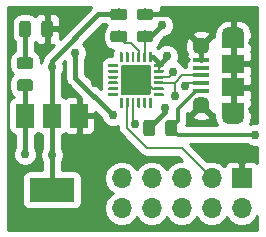
<source format=gbr>
%TF.GenerationSoftware,KiCad,Pcbnew,(5.0.0)*%
%TF.CreationDate,2019-02-19T13:30:10-06:00*%
%TF.ProjectId,USBBreakout,555342427265616B6F75742E6B696361,rev?*%
%TF.SameCoordinates,Original*%
%TF.FileFunction,Copper,L1,Top,Signal*%
%TF.FilePolarity,Positive*%
%FSLAX46Y46*%
G04 Gerber Fmt 4.6, Leading zero omitted, Abs format (unit mm)*
G04 Created by KiCad (PCBNEW (5.0.0)) date 02/19/19 13:30:10*
%MOMM*%
%LPD*%
G01*
G04 APERTURE LIST*
%ADD10R,1.700000X1.700000*%
%ADD11O,1.700000X1.700000*%
%ADD12R,1.900000X1.500000*%
%ADD13C,1.450000*%
%ADD14R,1.350000X0.400000*%
%ADD15O,1.900000X1.200000*%
%ADD16R,1.900000X1.200000*%
%ADD17C,0.100000*%
%ADD18C,0.975000*%
%ADD19C,2.600000*%
%ADD20C,0.250000*%
%ADD21R,3.800000X2.000000*%
%ADD22R,1.500000X2.000000*%
%ADD23C,0.762000*%
%ADD24C,0.381000*%
%ADD25C,0.203200*%
%ADD26C,0.304800*%
%ADD27C,0.254000*%
G04 APERTURE END LIST*
D10*
X160528000Y-95821500D03*
D11*
X160528000Y-98361500D03*
X157988000Y-95821500D03*
X157988000Y-98361500D03*
X155448000Y-95821500D03*
X155448000Y-98361500D03*
X152908000Y-95821500D03*
X152908000Y-98361500D03*
X150368000Y-95821500D03*
X150368000Y-98361500D03*
D12*
X159797000Y-86122000D03*
D13*
X157097000Y-89622000D03*
D14*
X157097000Y-87772000D03*
X157097000Y-88422000D03*
X157097000Y-85822000D03*
X157097000Y-86472000D03*
X157097000Y-87122000D03*
D13*
X157097000Y-84622000D03*
D12*
X159797000Y-88122000D03*
D15*
X159797000Y-90622000D03*
X159797000Y-83622000D03*
D16*
X159797000Y-84222000D03*
X159797000Y-90022000D03*
D17*
G36*
X154826642Y-90868174D02*
X154850303Y-90871684D01*
X154873507Y-90877496D01*
X154896029Y-90885554D01*
X154917653Y-90895782D01*
X154938170Y-90908079D01*
X154957383Y-90922329D01*
X154975107Y-90938393D01*
X154991171Y-90956117D01*
X155005421Y-90975330D01*
X155017718Y-90995847D01*
X155027946Y-91017471D01*
X155036004Y-91039993D01*
X155041816Y-91063197D01*
X155045326Y-91086858D01*
X155046500Y-91110750D01*
X155046500Y-92023250D01*
X155045326Y-92047142D01*
X155041816Y-92070803D01*
X155036004Y-92094007D01*
X155027946Y-92116529D01*
X155017718Y-92138153D01*
X155005421Y-92158670D01*
X154991171Y-92177883D01*
X154975107Y-92195607D01*
X154957383Y-92211671D01*
X154938170Y-92225921D01*
X154917653Y-92238218D01*
X154896029Y-92248446D01*
X154873507Y-92256504D01*
X154850303Y-92262316D01*
X154826642Y-92265826D01*
X154802750Y-92267000D01*
X154315250Y-92267000D01*
X154291358Y-92265826D01*
X154267697Y-92262316D01*
X154244493Y-92256504D01*
X154221971Y-92248446D01*
X154200347Y-92238218D01*
X154179830Y-92225921D01*
X154160617Y-92211671D01*
X154142893Y-92195607D01*
X154126829Y-92177883D01*
X154112579Y-92158670D01*
X154100282Y-92138153D01*
X154090054Y-92116529D01*
X154081996Y-92094007D01*
X154076184Y-92070803D01*
X154072674Y-92047142D01*
X154071500Y-92023250D01*
X154071500Y-91110750D01*
X154072674Y-91086858D01*
X154076184Y-91063197D01*
X154081996Y-91039993D01*
X154090054Y-91017471D01*
X154100282Y-90995847D01*
X154112579Y-90975330D01*
X154126829Y-90956117D01*
X154142893Y-90938393D01*
X154160617Y-90922329D01*
X154179830Y-90908079D01*
X154200347Y-90895782D01*
X154221971Y-90885554D01*
X154244493Y-90877496D01*
X154267697Y-90871684D01*
X154291358Y-90868174D01*
X154315250Y-90867000D01*
X154802750Y-90867000D01*
X154826642Y-90868174D01*
X154826642Y-90868174D01*
G37*
D18*
X154559000Y-91567000D03*
D17*
G36*
X152951642Y-90868174D02*
X152975303Y-90871684D01*
X152998507Y-90877496D01*
X153021029Y-90885554D01*
X153042653Y-90895782D01*
X153063170Y-90908079D01*
X153082383Y-90922329D01*
X153100107Y-90938393D01*
X153116171Y-90956117D01*
X153130421Y-90975330D01*
X153142718Y-90995847D01*
X153152946Y-91017471D01*
X153161004Y-91039993D01*
X153166816Y-91063197D01*
X153170326Y-91086858D01*
X153171500Y-91110750D01*
X153171500Y-92023250D01*
X153170326Y-92047142D01*
X153166816Y-92070803D01*
X153161004Y-92094007D01*
X153152946Y-92116529D01*
X153142718Y-92138153D01*
X153130421Y-92158670D01*
X153116171Y-92177883D01*
X153100107Y-92195607D01*
X153082383Y-92211671D01*
X153063170Y-92225921D01*
X153042653Y-92238218D01*
X153021029Y-92248446D01*
X152998507Y-92256504D01*
X152975303Y-92262316D01*
X152951642Y-92265826D01*
X152927750Y-92267000D01*
X152440250Y-92267000D01*
X152416358Y-92265826D01*
X152392697Y-92262316D01*
X152369493Y-92256504D01*
X152346971Y-92248446D01*
X152325347Y-92238218D01*
X152304830Y-92225921D01*
X152285617Y-92211671D01*
X152267893Y-92195607D01*
X152251829Y-92177883D01*
X152237579Y-92158670D01*
X152225282Y-92138153D01*
X152215054Y-92116529D01*
X152206996Y-92094007D01*
X152201184Y-92070803D01*
X152197674Y-92047142D01*
X152196500Y-92023250D01*
X152196500Y-91110750D01*
X152197674Y-91086858D01*
X152201184Y-91063197D01*
X152206996Y-91039993D01*
X152215054Y-91017471D01*
X152225282Y-90995847D01*
X152237579Y-90975330D01*
X152251829Y-90956117D01*
X152267893Y-90938393D01*
X152285617Y-90922329D01*
X152304830Y-90908079D01*
X152325347Y-90895782D01*
X152346971Y-90885554D01*
X152369493Y-90877496D01*
X152392697Y-90871684D01*
X152416358Y-90868174D01*
X152440250Y-90867000D01*
X152927750Y-90867000D01*
X152951642Y-90868174D01*
X152951642Y-90868174D01*
G37*
D18*
X152684000Y-91567000D03*
D17*
G36*
X152816642Y-83333674D02*
X152840303Y-83337184D01*
X152863507Y-83342996D01*
X152886029Y-83351054D01*
X152907653Y-83361282D01*
X152928170Y-83373579D01*
X152947383Y-83387829D01*
X152965107Y-83403893D01*
X152981171Y-83421617D01*
X152995421Y-83440830D01*
X153007718Y-83461347D01*
X153017946Y-83482971D01*
X153026004Y-83505493D01*
X153031816Y-83528697D01*
X153035326Y-83552358D01*
X153036500Y-83576250D01*
X153036500Y-84063750D01*
X153035326Y-84087642D01*
X153031816Y-84111303D01*
X153026004Y-84134507D01*
X153017946Y-84157029D01*
X153007718Y-84178653D01*
X152995421Y-84199170D01*
X152981171Y-84218383D01*
X152965107Y-84236107D01*
X152947383Y-84252171D01*
X152928170Y-84266421D01*
X152907653Y-84278718D01*
X152886029Y-84288946D01*
X152863507Y-84297004D01*
X152840303Y-84302816D01*
X152816642Y-84306326D01*
X152792750Y-84307500D01*
X151880250Y-84307500D01*
X151856358Y-84306326D01*
X151832697Y-84302816D01*
X151809493Y-84297004D01*
X151786971Y-84288946D01*
X151765347Y-84278718D01*
X151744830Y-84266421D01*
X151725617Y-84252171D01*
X151707893Y-84236107D01*
X151691829Y-84218383D01*
X151677579Y-84199170D01*
X151665282Y-84178653D01*
X151655054Y-84157029D01*
X151646996Y-84134507D01*
X151641184Y-84111303D01*
X151637674Y-84087642D01*
X151636500Y-84063750D01*
X151636500Y-83576250D01*
X151637674Y-83552358D01*
X151641184Y-83528697D01*
X151646996Y-83505493D01*
X151655054Y-83482971D01*
X151665282Y-83461347D01*
X151677579Y-83440830D01*
X151691829Y-83421617D01*
X151707893Y-83403893D01*
X151725617Y-83387829D01*
X151744830Y-83373579D01*
X151765347Y-83361282D01*
X151786971Y-83351054D01*
X151809493Y-83342996D01*
X151832697Y-83337184D01*
X151856358Y-83333674D01*
X151880250Y-83332500D01*
X152792750Y-83332500D01*
X152816642Y-83333674D01*
X152816642Y-83333674D01*
G37*
D18*
X152336500Y-83820000D03*
D17*
G36*
X152816642Y-81458674D02*
X152840303Y-81462184D01*
X152863507Y-81467996D01*
X152886029Y-81476054D01*
X152907653Y-81486282D01*
X152928170Y-81498579D01*
X152947383Y-81512829D01*
X152965107Y-81528893D01*
X152981171Y-81546617D01*
X152995421Y-81565830D01*
X153007718Y-81586347D01*
X153017946Y-81607971D01*
X153026004Y-81630493D01*
X153031816Y-81653697D01*
X153035326Y-81677358D01*
X153036500Y-81701250D01*
X153036500Y-82188750D01*
X153035326Y-82212642D01*
X153031816Y-82236303D01*
X153026004Y-82259507D01*
X153017946Y-82282029D01*
X153007718Y-82303653D01*
X152995421Y-82324170D01*
X152981171Y-82343383D01*
X152965107Y-82361107D01*
X152947383Y-82377171D01*
X152928170Y-82391421D01*
X152907653Y-82403718D01*
X152886029Y-82413946D01*
X152863507Y-82422004D01*
X152840303Y-82427816D01*
X152816642Y-82431326D01*
X152792750Y-82432500D01*
X151880250Y-82432500D01*
X151856358Y-82431326D01*
X151832697Y-82427816D01*
X151809493Y-82422004D01*
X151786971Y-82413946D01*
X151765347Y-82403718D01*
X151744830Y-82391421D01*
X151725617Y-82377171D01*
X151707893Y-82361107D01*
X151691829Y-82343383D01*
X151677579Y-82324170D01*
X151665282Y-82303653D01*
X151655054Y-82282029D01*
X151646996Y-82259507D01*
X151641184Y-82236303D01*
X151637674Y-82212642D01*
X151636500Y-82188750D01*
X151636500Y-81701250D01*
X151637674Y-81677358D01*
X151641184Y-81653697D01*
X151646996Y-81630493D01*
X151655054Y-81607971D01*
X151665282Y-81586347D01*
X151677579Y-81565830D01*
X151691829Y-81546617D01*
X151707893Y-81528893D01*
X151725617Y-81512829D01*
X151744830Y-81498579D01*
X151765347Y-81486282D01*
X151786971Y-81476054D01*
X151809493Y-81467996D01*
X151832697Y-81462184D01*
X151856358Y-81458674D01*
X151880250Y-81457500D01*
X152792750Y-81457500D01*
X152816642Y-81458674D01*
X152816642Y-81458674D01*
G37*
D18*
X152336500Y-81945000D03*
D17*
G36*
X150594142Y-81458674D02*
X150617803Y-81462184D01*
X150641007Y-81467996D01*
X150663529Y-81476054D01*
X150685153Y-81486282D01*
X150705670Y-81498579D01*
X150724883Y-81512829D01*
X150742607Y-81528893D01*
X150758671Y-81546617D01*
X150772921Y-81565830D01*
X150785218Y-81586347D01*
X150795446Y-81607971D01*
X150803504Y-81630493D01*
X150809316Y-81653697D01*
X150812826Y-81677358D01*
X150814000Y-81701250D01*
X150814000Y-82188750D01*
X150812826Y-82212642D01*
X150809316Y-82236303D01*
X150803504Y-82259507D01*
X150795446Y-82282029D01*
X150785218Y-82303653D01*
X150772921Y-82324170D01*
X150758671Y-82343383D01*
X150742607Y-82361107D01*
X150724883Y-82377171D01*
X150705670Y-82391421D01*
X150685153Y-82403718D01*
X150663529Y-82413946D01*
X150641007Y-82422004D01*
X150617803Y-82427816D01*
X150594142Y-82431326D01*
X150570250Y-82432500D01*
X149657750Y-82432500D01*
X149633858Y-82431326D01*
X149610197Y-82427816D01*
X149586993Y-82422004D01*
X149564471Y-82413946D01*
X149542847Y-82403718D01*
X149522330Y-82391421D01*
X149503117Y-82377171D01*
X149485393Y-82361107D01*
X149469329Y-82343383D01*
X149455079Y-82324170D01*
X149442782Y-82303653D01*
X149432554Y-82282029D01*
X149424496Y-82259507D01*
X149418684Y-82236303D01*
X149415174Y-82212642D01*
X149414000Y-82188750D01*
X149414000Y-81701250D01*
X149415174Y-81677358D01*
X149418684Y-81653697D01*
X149424496Y-81630493D01*
X149432554Y-81607971D01*
X149442782Y-81586347D01*
X149455079Y-81565830D01*
X149469329Y-81546617D01*
X149485393Y-81528893D01*
X149503117Y-81512829D01*
X149522330Y-81498579D01*
X149542847Y-81486282D01*
X149564471Y-81476054D01*
X149586993Y-81467996D01*
X149610197Y-81462184D01*
X149633858Y-81458674D01*
X149657750Y-81457500D01*
X150570250Y-81457500D01*
X150594142Y-81458674D01*
X150594142Y-81458674D01*
G37*
D18*
X150114000Y-81945000D03*
D17*
G36*
X150594142Y-83333674D02*
X150617803Y-83337184D01*
X150641007Y-83342996D01*
X150663529Y-83351054D01*
X150685153Y-83361282D01*
X150705670Y-83373579D01*
X150724883Y-83387829D01*
X150742607Y-83403893D01*
X150758671Y-83421617D01*
X150772921Y-83440830D01*
X150785218Y-83461347D01*
X150795446Y-83482971D01*
X150803504Y-83505493D01*
X150809316Y-83528697D01*
X150812826Y-83552358D01*
X150814000Y-83576250D01*
X150814000Y-84063750D01*
X150812826Y-84087642D01*
X150809316Y-84111303D01*
X150803504Y-84134507D01*
X150795446Y-84157029D01*
X150785218Y-84178653D01*
X150772921Y-84199170D01*
X150758671Y-84218383D01*
X150742607Y-84236107D01*
X150724883Y-84252171D01*
X150705670Y-84266421D01*
X150685153Y-84278718D01*
X150663529Y-84288946D01*
X150641007Y-84297004D01*
X150617803Y-84302816D01*
X150594142Y-84306326D01*
X150570250Y-84307500D01*
X149657750Y-84307500D01*
X149633858Y-84306326D01*
X149610197Y-84302816D01*
X149586993Y-84297004D01*
X149564471Y-84288946D01*
X149542847Y-84278718D01*
X149522330Y-84266421D01*
X149503117Y-84252171D01*
X149485393Y-84236107D01*
X149469329Y-84218383D01*
X149455079Y-84199170D01*
X149442782Y-84178653D01*
X149432554Y-84157029D01*
X149424496Y-84134507D01*
X149418684Y-84111303D01*
X149415174Y-84087642D01*
X149414000Y-84063750D01*
X149414000Y-83576250D01*
X149415174Y-83552358D01*
X149418684Y-83528697D01*
X149424496Y-83505493D01*
X149432554Y-83482971D01*
X149442782Y-83461347D01*
X149455079Y-83440830D01*
X149469329Y-83421617D01*
X149485393Y-83403893D01*
X149503117Y-83387829D01*
X149522330Y-83373579D01*
X149542847Y-83361282D01*
X149564471Y-83351054D01*
X149586993Y-83342996D01*
X149610197Y-83337184D01*
X149633858Y-83333674D01*
X149657750Y-83332500D01*
X150570250Y-83332500D01*
X150594142Y-83333674D01*
X150594142Y-83333674D01*
G37*
D18*
X150114000Y-83820000D03*
D17*
G36*
X152649004Y-86204204D02*
X152673273Y-86207804D01*
X152697071Y-86213765D01*
X152720171Y-86222030D01*
X152742349Y-86232520D01*
X152763393Y-86245133D01*
X152783098Y-86259747D01*
X152801277Y-86276223D01*
X152817753Y-86294402D01*
X152832367Y-86314107D01*
X152844980Y-86335151D01*
X152855470Y-86357329D01*
X152863735Y-86380429D01*
X152869696Y-86404227D01*
X152873296Y-86428496D01*
X152874500Y-86453000D01*
X152874500Y-88553000D01*
X152873296Y-88577504D01*
X152869696Y-88601773D01*
X152863735Y-88625571D01*
X152855470Y-88648671D01*
X152844980Y-88670849D01*
X152832367Y-88691893D01*
X152817753Y-88711598D01*
X152801277Y-88729777D01*
X152783098Y-88746253D01*
X152763393Y-88760867D01*
X152742349Y-88773480D01*
X152720171Y-88783970D01*
X152697071Y-88792235D01*
X152673273Y-88798196D01*
X152649004Y-88801796D01*
X152624500Y-88803000D01*
X150524500Y-88803000D01*
X150499996Y-88801796D01*
X150475727Y-88798196D01*
X150451929Y-88792235D01*
X150428829Y-88783970D01*
X150406651Y-88773480D01*
X150385607Y-88760867D01*
X150365902Y-88746253D01*
X150347723Y-88729777D01*
X150331247Y-88711598D01*
X150316633Y-88691893D01*
X150304020Y-88670849D01*
X150293530Y-88648671D01*
X150285265Y-88625571D01*
X150279304Y-88601773D01*
X150275704Y-88577504D01*
X150274500Y-88553000D01*
X150274500Y-86453000D01*
X150275704Y-86428496D01*
X150279304Y-86404227D01*
X150285265Y-86380429D01*
X150293530Y-86357329D01*
X150304020Y-86335151D01*
X150316633Y-86314107D01*
X150331247Y-86294402D01*
X150347723Y-86276223D01*
X150365902Y-86259747D01*
X150385607Y-86245133D01*
X150406651Y-86232520D01*
X150428829Y-86222030D01*
X150451929Y-86213765D01*
X150475727Y-86207804D01*
X150499996Y-86204204D01*
X150524500Y-86203000D01*
X152624500Y-86203000D01*
X152649004Y-86204204D01*
X152649004Y-86204204D01*
G37*
D19*
X151574500Y-87503000D03*
D17*
G36*
X153868126Y-88628301D02*
X153874193Y-88629201D01*
X153880143Y-88630691D01*
X153885918Y-88632758D01*
X153891462Y-88635380D01*
X153896723Y-88638533D01*
X153901650Y-88642187D01*
X153906194Y-88646306D01*
X153910313Y-88650850D01*
X153913967Y-88655777D01*
X153917120Y-88661038D01*
X153919742Y-88666582D01*
X153921809Y-88672357D01*
X153923299Y-88678307D01*
X153924199Y-88684374D01*
X153924500Y-88690500D01*
X153924500Y-88815500D01*
X153924199Y-88821626D01*
X153923299Y-88827693D01*
X153921809Y-88833643D01*
X153919742Y-88839418D01*
X153917120Y-88844962D01*
X153913967Y-88850223D01*
X153910313Y-88855150D01*
X153906194Y-88859694D01*
X153901650Y-88863813D01*
X153896723Y-88867467D01*
X153891462Y-88870620D01*
X153885918Y-88873242D01*
X153880143Y-88875309D01*
X153874193Y-88876799D01*
X153868126Y-88877699D01*
X153862000Y-88878000D01*
X153162000Y-88878000D01*
X153155874Y-88877699D01*
X153149807Y-88876799D01*
X153143857Y-88875309D01*
X153138082Y-88873242D01*
X153132538Y-88870620D01*
X153127277Y-88867467D01*
X153122350Y-88863813D01*
X153117806Y-88859694D01*
X153113687Y-88855150D01*
X153110033Y-88850223D01*
X153106880Y-88844962D01*
X153104258Y-88839418D01*
X153102191Y-88833643D01*
X153100701Y-88827693D01*
X153099801Y-88821626D01*
X153099500Y-88815500D01*
X153099500Y-88690500D01*
X153099801Y-88684374D01*
X153100701Y-88678307D01*
X153102191Y-88672357D01*
X153104258Y-88666582D01*
X153106880Y-88661038D01*
X153110033Y-88655777D01*
X153113687Y-88650850D01*
X153117806Y-88646306D01*
X153122350Y-88642187D01*
X153127277Y-88638533D01*
X153132538Y-88635380D01*
X153138082Y-88632758D01*
X153143857Y-88630691D01*
X153149807Y-88629201D01*
X153155874Y-88628301D01*
X153162000Y-88628000D01*
X153862000Y-88628000D01*
X153868126Y-88628301D01*
X153868126Y-88628301D01*
G37*
D20*
X153512000Y-88753000D03*
D17*
G36*
X153868126Y-88128301D02*
X153874193Y-88129201D01*
X153880143Y-88130691D01*
X153885918Y-88132758D01*
X153891462Y-88135380D01*
X153896723Y-88138533D01*
X153901650Y-88142187D01*
X153906194Y-88146306D01*
X153910313Y-88150850D01*
X153913967Y-88155777D01*
X153917120Y-88161038D01*
X153919742Y-88166582D01*
X153921809Y-88172357D01*
X153923299Y-88178307D01*
X153924199Y-88184374D01*
X153924500Y-88190500D01*
X153924500Y-88315500D01*
X153924199Y-88321626D01*
X153923299Y-88327693D01*
X153921809Y-88333643D01*
X153919742Y-88339418D01*
X153917120Y-88344962D01*
X153913967Y-88350223D01*
X153910313Y-88355150D01*
X153906194Y-88359694D01*
X153901650Y-88363813D01*
X153896723Y-88367467D01*
X153891462Y-88370620D01*
X153885918Y-88373242D01*
X153880143Y-88375309D01*
X153874193Y-88376799D01*
X153868126Y-88377699D01*
X153862000Y-88378000D01*
X153162000Y-88378000D01*
X153155874Y-88377699D01*
X153149807Y-88376799D01*
X153143857Y-88375309D01*
X153138082Y-88373242D01*
X153132538Y-88370620D01*
X153127277Y-88367467D01*
X153122350Y-88363813D01*
X153117806Y-88359694D01*
X153113687Y-88355150D01*
X153110033Y-88350223D01*
X153106880Y-88344962D01*
X153104258Y-88339418D01*
X153102191Y-88333643D01*
X153100701Y-88327693D01*
X153099801Y-88321626D01*
X153099500Y-88315500D01*
X153099500Y-88190500D01*
X153099801Y-88184374D01*
X153100701Y-88178307D01*
X153102191Y-88172357D01*
X153104258Y-88166582D01*
X153106880Y-88161038D01*
X153110033Y-88155777D01*
X153113687Y-88150850D01*
X153117806Y-88146306D01*
X153122350Y-88142187D01*
X153127277Y-88138533D01*
X153132538Y-88135380D01*
X153138082Y-88132758D01*
X153143857Y-88130691D01*
X153149807Y-88129201D01*
X153155874Y-88128301D01*
X153162000Y-88128000D01*
X153862000Y-88128000D01*
X153868126Y-88128301D01*
X153868126Y-88128301D01*
G37*
D20*
X153512000Y-88253000D03*
D17*
G36*
X153868126Y-87628301D02*
X153874193Y-87629201D01*
X153880143Y-87630691D01*
X153885918Y-87632758D01*
X153891462Y-87635380D01*
X153896723Y-87638533D01*
X153901650Y-87642187D01*
X153906194Y-87646306D01*
X153910313Y-87650850D01*
X153913967Y-87655777D01*
X153917120Y-87661038D01*
X153919742Y-87666582D01*
X153921809Y-87672357D01*
X153923299Y-87678307D01*
X153924199Y-87684374D01*
X153924500Y-87690500D01*
X153924500Y-87815500D01*
X153924199Y-87821626D01*
X153923299Y-87827693D01*
X153921809Y-87833643D01*
X153919742Y-87839418D01*
X153917120Y-87844962D01*
X153913967Y-87850223D01*
X153910313Y-87855150D01*
X153906194Y-87859694D01*
X153901650Y-87863813D01*
X153896723Y-87867467D01*
X153891462Y-87870620D01*
X153885918Y-87873242D01*
X153880143Y-87875309D01*
X153874193Y-87876799D01*
X153868126Y-87877699D01*
X153862000Y-87878000D01*
X153162000Y-87878000D01*
X153155874Y-87877699D01*
X153149807Y-87876799D01*
X153143857Y-87875309D01*
X153138082Y-87873242D01*
X153132538Y-87870620D01*
X153127277Y-87867467D01*
X153122350Y-87863813D01*
X153117806Y-87859694D01*
X153113687Y-87855150D01*
X153110033Y-87850223D01*
X153106880Y-87844962D01*
X153104258Y-87839418D01*
X153102191Y-87833643D01*
X153100701Y-87827693D01*
X153099801Y-87821626D01*
X153099500Y-87815500D01*
X153099500Y-87690500D01*
X153099801Y-87684374D01*
X153100701Y-87678307D01*
X153102191Y-87672357D01*
X153104258Y-87666582D01*
X153106880Y-87661038D01*
X153110033Y-87655777D01*
X153113687Y-87650850D01*
X153117806Y-87646306D01*
X153122350Y-87642187D01*
X153127277Y-87638533D01*
X153132538Y-87635380D01*
X153138082Y-87632758D01*
X153143857Y-87630691D01*
X153149807Y-87629201D01*
X153155874Y-87628301D01*
X153162000Y-87628000D01*
X153862000Y-87628000D01*
X153868126Y-87628301D01*
X153868126Y-87628301D01*
G37*
D20*
X153512000Y-87753000D03*
D17*
G36*
X153868126Y-87128301D02*
X153874193Y-87129201D01*
X153880143Y-87130691D01*
X153885918Y-87132758D01*
X153891462Y-87135380D01*
X153896723Y-87138533D01*
X153901650Y-87142187D01*
X153906194Y-87146306D01*
X153910313Y-87150850D01*
X153913967Y-87155777D01*
X153917120Y-87161038D01*
X153919742Y-87166582D01*
X153921809Y-87172357D01*
X153923299Y-87178307D01*
X153924199Y-87184374D01*
X153924500Y-87190500D01*
X153924500Y-87315500D01*
X153924199Y-87321626D01*
X153923299Y-87327693D01*
X153921809Y-87333643D01*
X153919742Y-87339418D01*
X153917120Y-87344962D01*
X153913967Y-87350223D01*
X153910313Y-87355150D01*
X153906194Y-87359694D01*
X153901650Y-87363813D01*
X153896723Y-87367467D01*
X153891462Y-87370620D01*
X153885918Y-87373242D01*
X153880143Y-87375309D01*
X153874193Y-87376799D01*
X153868126Y-87377699D01*
X153862000Y-87378000D01*
X153162000Y-87378000D01*
X153155874Y-87377699D01*
X153149807Y-87376799D01*
X153143857Y-87375309D01*
X153138082Y-87373242D01*
X153132538Y-87370620D01*
X153127277Y-87367467D01*
X153122350Y-87363813D01*
X153117806Y-87359694D01*
X153113687Y-87355150D01*
X153110033Y-87350223D01*
X153106880Y-87344962D01*
X153104258Y-87339418D01*
X153102191Y-87333643D01*
X153100701Y-87327693D01*
X153099801Y-87321626D01*
X153099500Y-87315500D01*
X153099500Y-87190500D01*
X153099801Y-87184374D01*
X153100701Y-87178307D01*
X153102191Y-87172357D01*
X153104258Y-87166582D01*
X153106880Y-87161038D01*
X153110033Y-87155777D01*
X153113687Y-87150850D01*
X153117806Y-87146306D01*
X153122350Y-87142187D01*
X153127277Y-87138533D01*
X153132538Y-87135380D01*
X153138082Y-87132758D01*
X153143857Y-87130691D01*
X153149807Y-87129201D01*
X153155874Y-87128301D01*
X153162000Y-87128000D01*
X153862000Y-87128000D01*
X153868126Y-87128301D01*
X153868126Y-87128301D01*
G37*
D20*
X153512000Y-87253000D03*
D17*
G36*
X153868126Y-86628301D02*
X153874193Y-86629201D01*
X153880143Y-86630691D01*
X153885918Y-86632758D01*
X153891462Y-86635380D01*
X153896723Y-86638533D01*
X153901650Y-86642187D01*
X153906194Y-86646306D01*
X153910313Y-86650850D01*
X153913967Y-86655777D01*
X153917120Y-86661038D01*
X153919742Y-86666582D01*
X153921809Y-86672357D01*
X153923299Y-86678307D01*
X153924199Y-86684374D01*
X153924500Y-86690500D01*
X153924500Y-86815500D01*
X153924199Y-86821626D01*
X153923299Y-86827693D01*
X153921809Y-86833643D01*
X153919742Y-86839418D01*
X153917120Y-86844962D01*
X153913967Y-86850223D01*
X153910313Y-86855150D01*
X153906194Y-86859694D01*
X153901650Y-86863813D01*
X153896723Y-86867467D01*
X153891462Y-86870620D01*
X153885918Y-86873242D01*
X153880143Y-86875309D01*
X153874193Y-86876799D01*
X153868126Y-86877699D01*
X153862000Y-86878000D01*
X153162000Y-86878000D01*
X153155874Y-86877699D01*
X153149807Y-86876799D01*
X153143857Y-86875309D01*
X153138082Y-86873242D01*
X153132538Y-86870620D01*
X153127277Y-86867467D01*
X153122350Y-86863813D01*
X153117806Y-86859694D01*
X153113687Y-86855150D01*
X153110033Y-86850223D01*
X153106880Y-86844962D01*
X153104258Y-86839418D01*
X153102191Y-86833643D01*
X153100701Y-86827693D01*
X153099801Y-86821626D01*
X153099500Y-86815500D01*
X153099500Y-86690500D01*
X153099801Y-86684374D01*
X153100701Y-86678307D01*
X153102191Y-86672357D01*
X153104258Y-86666582D01*
X153106880Y-86661038D01*
X153110033Y-86655777D01*
X153113687Y-86650850D01*
X153117806Y-86646306D01*
X153122350Y-86642187D01*
X153127277Y-86638533D01*
X153132538Y-86635380D01*
X153138082Y-86632758D01*
X153143857Y-86630691D01*
X153149807Y-86629201D01*
X153155874Y-86628301D01*
X153162000Y-86628000D01*
X153862000Y-86628000D01*
X153868126Y-86628301D01*
X153868126Y-86628301D01*
G37*
D20*
X153512000Y-86753000D03*
D17*
G36*
X153868126Y-86128301D02*
X153874193Y-86129201D01*
X153880143Y-86130691D01*
X153885918Y-86132758D01*
X153891462Y-86135380D01*
X153896723Y-86138533D01*
X153901650Y-86142187D01*
X153906194Y-86146306D01*
X153910313Y-86150850D01*
X153913967Y-86155777D01*
X153917120Y-86161038D01*
X153919742Y-86166582D01*
X153921809Y-86172357D01*
X153923299Y-86178307D01*
X153924199Y-86184374D01*
X153924500Y-86190500D01*
X153924500Y-86315500D01*
X153924199Y-86321626D01*
X153923299Y-86327693D01*
X153921809Y-86333643D01*
X153919742Y-86339418D01*
X153917120Y-86344962D01*
X153913967Y-86350223D01*
X153910313Y-86355150D01*
X153906194Y-86359694D01*
X153901650Y-86363813D01*
X153896723Y-86367467D01*
X153891462Y-86370620D01*
X153885918Y-86373242D01*
X153880143Y-86375309D01*
X153874193Y-86376799D01*
X153868126Y-86377699D01*
X153862000Y-86378000D01*
X153162000Y-86378000D01*
X153155874Y-86377699D01*
X153149807Y-86376799D01*
X153143857Y-86375309D01*
X153138082Y-86373242D01*
X153132538Y-86370620D01*
X153127277Y-86367467D01*
X153122350Y-86363813D01*
X153117806Y-86359694D01*
X153113687Y-86355150D01*
X153110033Y-86350223D01*
X153106880Y-86344962D01*
X153104258Y-86339418D01*
X153102191Y-86333643D01*
X153100701Y-86327693D01*
X153099801Y-86321626D01*
X153099500Y-86315500D01*
X153099500Y-86190500D01*
X153099801Y-86184374D01*
X153100701Y-86178307D01*
X153102191Y-86172357D01*
X153104258Y-86166582D01*
X153106880Y-86161038D01*
X153110033Y-86155777D01*
X153113687Y-86150850D01*
X153117806Y-86146306D01*
X153122350Y-86142187D01*
X153127277Y-86138533D01*
X153132538Y-86135380D01*
X153138082Y-86132758D01*
X153143857Y-86130691D01*
X153149807Y-86129201D01*
X153155874Y-86128301D01*
X153162000Y-86128000D01*
X153862000Y-86128000D01*
X153868126Y-86128301D01*
X153868126Y-86128301D01*
G37*
D20*
X153512000Y-86253000D03*
D17*
G36*
X152893126Y-85153301D02*
X152899193Y-85154201D01*
X152905143Y-85155691D01*
X152910918Y-85157758D01*
X152916462Y-85160380D01*
X152921723Y-85163533D01*
X152926650Y-85167187D01*
X152931194Y-85171306D01*
X152935313Y-85175850D01*
X152938967Y-85180777D01*
X152942120Y-85186038D01*
X152944742Y-85191582D01*
X152946809Y-85197357D01*
X152948299Y-85203307D01*
X152949199Y-85209374D01*
X152949500Y-85215500D01*
X152949500Y-85915500D01*
X152949199Y-85921626D01*
X152948299Y-85927693D01*
X152946809Y-85933643D01*
X152944742Y-85939418D01*
X152942120Y-85944962D01*
X152938967Y-85950223D01*
X152935313Y-85955150D01*
X152931194Y-85959694D01*
X152926650Y-85963813D01*
X152921723Y-85967467D01*
X152916462Y-85970620D01*
X152910918Y-85973242D01*
X152905143Y-85975309D01*
X152899193Y-85976799D01*
X152893126Y-85977699D01*
X152887000Y-85978000D01*
X152762000Y-85978000D01*
X152755874Y-85977699D01*
X152749807Y-85976799D01*
X152743857Y-85975309D01*
X152738082Y-85973242D01*
X152732538Y-85970620D01*
X152727277Y-85967467D01*
X152722350Y-85963813D01*
X152717806Y-85959694D01*
X152713687Y-85955150D01*
X152710033Y-85950223D01*
X152706880Y-85944962D01*
X152704258Y-85939418D01*
X152702191Y-85933643D01*
X152700701Y-85927693D01*
X152699801Y-85921626D01*
X152699500Y-85915500D01*
X152699500Y-85215500D01*
X152699801Y-85209374D01*
X152700701Y-85203307D01*
X152702191Y-85197357D01*
X152704258Y-85191582D01*
X152706880Y-85186038D01*
X152710033Y-85180777D01*
X152713687Y-85175850D01*
X152717806Y-85171306D01*
X152722350Y-85167187D01*
X152727277Y-85163533D01*
X152732538Y-85160380D01*
X152738082Y-85157758D01*
X152743857Y-85155691D01*
X152749807Y-85154201D01*
X152755874Y-85153301D01*
X152762000Y-85153000D01*
X152887000Y-85153000D01*
X152893126Y-85153301D01*
X152893126Y-85153301D01*
G37*
D20*
X152824500Y-85565500D03*
D17*
G36*
X152393126Y-85153301D02*
X152399193Y-85154201D01*
X152405143Y-85155691D01*
X152410918Y-85157758D01*
X152416462Y-85160380D01*
X152421723Y-85163533D01*
X152426650Y-85167187D01*
X152431194Y-85171306D01*
X152435313Y-85175850D01*
X152438967Y-85180777D01*
X152442120Y-85186038D01*
X152444742Y-85191582D01*
X152446809Y-85197357D01*
X152448299Y-85203307D01*
X152449199Y-85209374D01*
X152449500Y-85215500D01*
X152449500Y-85915500D01*
X152449199Y-85921626D01*
X152448299Y-85927693D01*
X152446809Y-85933643D01*
X152444742Y-85939418D01*
X152442120Y-85944962D01*
X152438967Y-85950223D01*
X152435313Y-85955150D01*
X152431194Y-85959694D01*
X152426650Y-85963813D01*
X152421723Y-85967467D01*
X152416462Y-85970620D01*
X152410918Y-85973242D01*
X152405143Y-85975309D01*
X152399193Y-85976799D01*
X152393126Y-85977699D01*
X152387000Y-85978000D01*
X152262000Y-85978000D01*
X152255874Y-85977699D01*
X152249807Y-85976799D01*
X152243857Y-85975309D01*
X152238082Y-85973242D01*
X152232538Y-85970620D01*
X152227277Y-85967467D01*
X152222350Y-85963813D01*
X152217806Y-85959694D01*
X152213687Y-85955150D01*
X152210033Y-85950223D01*
X152206880Y-85944962D01*
X152204258Y-85939418D01*
X152202191Y-85933643D01*
X152200701Y-85927693D01*
X152199801Y-85921626D01*
X152199500Y-85915500D01*
X152199500Y-85215500D01*
X152199801Y-85209374D01*
X152200701Y-85203307D01*
X152202191Y-85197357D01*
X152204258Y-85191582D01*
X152206880Y-85186038D01*
X152210033Y-85180777D01*
X152213687Y-85175850D01*
X152217806Y-85171306D01*
X152222350Y-85167187D01*
X152227277Y-85163533D01*
X152232538Y-85160380D01*
X152238082Y-85157758D01*
X152243857Y-85155691D01*
X152249807Y-85154201D01*
X152255874Y-85153301D01*
X152262000Y-85153000D01*
X152387000Y-85153000D01*
X152393126Y-85153301D01*
X152393126Y-85153301D01*
G37*
D20*
X152324500Y-85565500D03*
D17*
G36*
X151893126Y-85153301D02*
X151899193Y-85154201D01*
X151905143Y-85155691D01*
X151910918Y-85157758D01*
X151916462Y-85160380D01*
X151921723Y-85163533D01*
X151926650Y-85167187D01*
X151931194Y-85171306D01*
X151935313Y-85175850D01*
X151938967Y-85180777D01*
X151942120Y-85186038D01*
X151944742Y-85191582D01*
X151946809Y-85197357D01*
X151948299Y-85203307D01*
X151949199Y-85209374D01*
X151949500Y-85215500D01*
X151949500Y-85915500D01*
X151949199Y-85921626D01*
X151948299Y-85927693D01*
X151946809Y-85933643D01*
X151944742Y-85939418D01*
X151942120Y-85944962D01*
X151938967Y-85950223D01*
X151935313Y-85955150D01*
X151931194Y-85959694D01*
X151926650Y-85963813D01*
X151921723Y-85967467D01*
X151916462Y-85970620D01*
X151910918Y-85973242D01*
X151905143Y-85975309D01*
X151899193Y-85976799D01*
X151893126Y-85977699D01*
X151887000Y-85978000D01*
X151762000Y-85978000D01*
X151755874Y-85977699D01*
X151749807Y-85976799D01*
X151743857Y-85975309D01*
X151738082Y-85973242D01*
X151732538Y-85970620D01*
X151727277Y-85967467D01*
X151722350Y-85963813D01*
X151717806Y-85959694D01*
X151713687Y-85955150D01*
X151710033Y-85950223D01*
X151706880Y-85944962D01*
X151704258Y-85939418D01*
X151702191Y-85933643D01*
X151700701Y-85927693D01*
X151699801Y-85921626D01*
X151699500Y-85915500D01*
X151699500Y-85215500D01*
X151699801Y-85209374D01*
X151700701Y-85203307D01*
X151702191Y-85197357D01*
X151704258Y-85191582D01*
X151706880Y-85186038D01*
X151710033Y-85180777D01*
X151713687Y-85175850D01*
X151717806Y-85171306D01*
X151722350Y-85167187D01*
X151727277Y-85163533D01*
X151732538Y-85160380D01*
X151738082Y-85157758D01*
X151743857Y-85155691D01*
X151749807Y-85154201D01*
X151755874Y-85153301D01*
X151762000Y-85153000D01*
X151887000Y-85153000D01*
X151893126Y-85153301D01*
X151893126Y-85153301D01*
G37*
D20*
X151824500Y-85565500D03*
D17*
G36*
X151393126Y-85153301D02*
X151399193Y-85154201D01*
X151405143Y-85155691D01*
X151410918Y-85157758D01*
X151416462Y-85160380D01*
X151421723Y-85163533D01*
X151426650Y-85167187D01*
X151431194Y-85171306D01*
X151435313Y-85175850D01*
X151438967Y-85180777D01*
X151442120Y-85186038D01*
X151444742Y-85191582D01*
X151446809Y-85197357D01*
X151448299Y-85203307D01*
X151449199Y-85209374D01*
X151449500Y-85215500D01*
X151449500Y-85915500D01*
X151449199Y-85921626D01*
X151448299Y-85927693D01*
X151446809Y-85933643D01*
X151444742Y-85939418D01*
X151442120Y-85944962D01*
X151438967Y-85950223D01*
X151435313Y-85955150D01*
X151431194Y-85959694D01*
X151426650Y-85963813D01*
X151421723Y-85967467D01*
X151416462Y-85970620D01*
X151410918Y-85973242D01*
X151405143Y-85975309D01*
X151399193Y-85976799D01*
X151393126Y-85977699D01*
X151387000Y-85978000D01*
X151262000Y-85978000D01*
X151255874Y-85977699D01*
X151249807Y-85976799D01*
X151243857Y-85975309D01*
X151238082Y-85973242D01*
X151232538Y-85970620D01*
X151227277Y-85967467D01*
X151222350Y-85963813D01*
X151217806Y-85959694D01*
X151213687Y-85955150D01*
X151210033Y-85950223D01*
X151206880Y-85944962D01*
X151204258Y-85939418D01*
X151202191Y-85933643D01*
X151200701Y-85927693D01*
X151199801Y-85921626D01*
X151199500Y-85915500D01*
X151199500Y-85215500D01*
X151199801Y-85209374D01*
X151200701Y-85203307D01*
X151202191Y-85197357D01*
X151204258Y-85191582D01*
X151206880Y-85186038D01*
X151210033Y-85180777D01*
X151213687Y-85175850D01*
X151217806Y-85171306D01*
X151222350Y-85167187D01*
X151227277Y-85163533D01*
X151232538Y-85160380D01*
X151238082Y-85157758D01*
X151243857Y-85155691D01*
X151249807Y-85154201D01*
X151255874Y-85153301D01*
X151262000Y-85153000D01*
X151387000Y-85153000D01*
X151393126Y-85153301D01*
X151393126Y-85153301D01*
G37*
D20*
X151324500Y-85565500D03*
D17*
G36*
X150893126Y-85153301D02*
X150899193Y-85154201D01*
X150905143Y-85155691D01*
X150910918Y-85157758D01*
X150916462Y-85160380D01*
X150921723Y-85163533D01*
X150926650Y-85167187D01*
X150931194Y-85171306D01*
X150935313Y-85175850D01*
X150938967Y-85180777D01*
X150942120Y-85186038D01*
X150944742Y-85191582D01*
X150946809Y-85197357D01*
X150948299Y-85203307D01*
X150949199Y-85209374D01*
X150949500Y-85215500D01*
X150949500Y-85915500D01*
X150949199Y-85921626D01*
X150948299Y-85927693D01*
X150946809Y-85933643D01*
X150944742Y-85939418D01*
X150942120Y-85944962D01*
X150938967Y-85950223D01*
X150935313Y-85955150D01*
X150931194Y-85959694D01*
X150926650Y-85963813D01*
X150921723Y-85967467D01*
X150916462Y-85970620D01*
X150910918Y-85973242D01*
X150905143Y-85975309D01*
X150899193Y-85976799D01*
X150893126Y-85977699D01*
X150887000Y-85978000D01*
X150762000Y-85978000D01*
X150755874Y-85977699D01*
X150749807Y-85976799D01*
X150743857Y-85975309D01*
X150738082Y-85973242D01*
X150732538Y-85970620D01*
X150727277Y-85967467D01*
X150722350Y-85963813D01*
X150717806Y-85959694D01*
X150713687Y-85955150D01*
X150710033Y-85950223D01*
X150706880Y-85944962D01*
X150704258Y-85939418D01*
X150702191Y-85933643D01*
X150700701Y-85927693D01*
X150699801Y-85921626D01*
X150699500Y-85915500D01*
X150699500Y-85215500D01*
X150699801Y-85209374D01*
X150700701Y-85203307D01*
X150702191Y-85197357D01*
X150704258Y-85191582D01*
X150706880Y-85186038D01*
X150710033Y-85180777D01*
X150713687Y-85175850D01*
X150717806Y-85171306D01*
X150722350Y-85167187D01*
X150727277Y-85163533D01*
X150732538Y-85160380D01*
X150738082Y-85157758D01*
X150743857Y-85155691D01*
X150749807Y-85154201D01*
X150755874Y-85153301D01*
X150762000Y-85153000D01*
X150887000Y-85153000D01*
X150893126Y-85153301D01*
X150893126Y-85153301D01*
G37*
D20*
X150824500Y-85565500D03*
D17*
G36*
X150393126Y-85153301D02*
X150399193Y-85154201D01*
X150405143Y-85155691D01*
X150410918Y-85157758D01*
X150416462Y-85160380D01*
X150421723Y-85163533D01*
X150426650Y-85167187D01*
X150431194Y-85171306D01*
X150435313Y-85175850D01*
X150438967Y-85180777D01*
X150442120Y-85186038D01*
X150444742Y-85191582D01*
X150446809Y-85197357D01*
X150448299Y-85203307D01*
X150449199Y-85209374D01*
X150449500Y-85215500D01*
X150449500Y-85915500D01*
X150449199Y-85921626D01*
X150448299Y-85927693D01*
X150446809Y-85933643D01*
X150444742Y-85939418D01*
X150442120Y-85944962D01*
X150438967Y-85950223D01*
X150435313Y-85955150D01*
X150431194Y-85959694D01*
X150426650Y-85963813D01*
X150421723Y-85967467D01*
X150416462Y-85970620D01*
X150410918Y-85973242D01*
X150405143Y-85975309D01*
X150399193Y-85976799D01*
X150393126Y-85977699D01*
X150387000Y-85978000D01*
X150262000Y-85978000D01*
X150255874Y-85977699D01*
X150249807Y-85976799D01*
X150243857Y-85975309D01*
X150238082Y-85973242D01*
X150232538Y-85970620D01*
X150227277Y-85967467D01*
X150222350Y-85963813D01*
X150217806Y-85959694D01*
X150213687Y-85955150D01*
X150210033Y-85950223D01*
X150206880Y-85944962D01*
X150204258Y-85939418D01*
X150202191Y-85933643D01*
X150200701Y-85927693D01*
X150199801Y-85921626D01*
X150199500Y-85915500D01*
X150199500Y-85215500D01*
X150199801Y-85209374D01*
X150200701Y-85203307D01*
X150202191Y-85197357D01*
X150204258Y-85191582D01*
X150206880Y-85186038D01*
X150210033Y-85180777D01*
X150213687Y-85175850D01*
X150217806Y-85171306D01*
X150222350Y-85167187D01*
X150227277Y-85163533D01*
X150232538Y-85160380D01*
X150238082Y-85157758D01*
X150243857Y-85155691D01*
X150249807Y-85154201D01*
X150255874Y-85153301D01*
X150262000Y-85153000D01*
X150387000Y-85153000D01*
X150393126Y-85153301D01*
X150393126Y-85153301D01*
G37*
D20*
X150324500Y-85565500D03*
D17*
G36*
X149993126Y-86128301D02*
X149999193Y-86129201D01*
X150005143Y-86130691D01*
X150010918Y-86132758D01*
X150016462Y-86135380D01*
X150021723Y-86138533D01*
X150026650Y-86142187D01*
X150031194Y-86146306D01*
X150035313Y-86150850D01*
X150038967Y-86155777D01*
X150042120Y-86161038D01*
X150044742Y-86166582D01*
X150046809Y-86172357D01*
X150048299Y-86178307D01*
X150049199Y-86184374D01*
X150049500Y-86190500D01*
X150049500Y-86315500D01*
X150049199Y-86321626D01*
X150048299Y-86327693D01*
X150046809Y-86333643D01*
X150044742Y-86339418D01*
X150042120Y-86344962D01*
X150038967Y-86350223D01*
X150035313Y-86355150D01*
X150031194Y-86359694D01*
X150026650Y-86363813D01*
X150021723Y-86367467D01*
X150016462Y-86370620D01*
X150010918Y-86373242D01*
X150005143Y-86375309D01*
X149999193Y-86376799D01*
X149993126Y-86377699D01*
X149987000Y-86378000D01*
X149287000Y-86378000D01*
X149280874Y-86377699D01*
X149274807Y-86376799D01*
X149268857Y-86375309D01*
X149263082Y-86373242D01*
X149257538Y-86370620D01*
X149252277Y-86367467D01*
X149247350Y-86363813D01*
X149242806Y-86359694D01*
X149238687Y-86355150D01*
X149235033Y-86350223D01*
X149231880Y-86344962D01*
X149229258Y-86339418D01*
X149227191Y-86333643D01*
X149225701Y-86327693D01*
X149224801Y-86321626D01*
X149224500Y-86315500D01*
X149224500Y-86190500D01*
X149224801Y-86184374D01*
X149225701Y-86178307D01*
X149227191Y-86172357D01*
X149229258Y-86166582D01*
X149231880Y-86161038D01*
X149235033Y-86155777D01*
X149238687Y-86150850D01*
X149242806Y-86146306D01*
X149247350Y-86142187D01*
X149252277Y-86138533D01*
X149257538Y-86135380D01*
X149263082Y-86132758D01*
X149268857Y-86130691D01*
X149274807Y-86129201D01*
X149280874Y-86128301D01*
X149287000Y-86128000D01*
X149987000Y-86128000D01*
X149993126Y-86128301D01*
X149993126Y-86128301D01*
G37*
D20*
X149637000Y-86253000D03*
D17*
G36*
X149993126Y-86628301D02*
X149999193Y-86629201D01*
X150005143Y-86630691D01*
X150010918Y-86632758D01*
X150016462Y-86635380D01*
X150021723Y-86638533D01*
X150026650Y-86642187D01*
X150031194Y-86646306D01*
X150035313Y-86650850D01*
X150038967Y-86655777D01*
X150042120Y-86661038D01*
X150044742Y-86666582D01*
X150046809Y-86672357D01*
X150048299Y-86678307D01*
X150049199Y-86684374D01*
X150049500Y-86690500D01*
X150049500Y-86815500D01*
X150049199Y-86821626D01*
X150048299Y-86827693D01*
X150046809Y-86833643D01*
X150044742Y-86839418D01*
X150042120Y-86844962D01*
X150038967Y-86850223D01*
X150035313Y-86855150D01*
X150031194Y-86859694D01*
X150026650Y-86863813D01*
X150021723Y-86867467D01*
X150016462Y-86870620D01*
X150010918Y-86873242D01*
X150005143Y-86875309D01*
X149999193Y-86876799D01*
X149993126Y-86877699D01*
X149987000Y-86878000D01*
X149287000Y-86878000D01*
X149280874Y-86877699D01*
X149274807Y-86876799D01*
X149268857Y-86875309D01*
X149263082Y-86873242D01*
X149257538Y-86870620D01*
X149252277Y-86867467D01*
X149247350Y-86863813D01*
X149242806Y-86859694D01*
X149238687Y-86855150D01*
X149235033Y-86850223D01*
X149231880Y-86844962D01*
X149229258Y-86839418D01*
X149227191Y-86833643D01*
X149225701Y-86827693D01*
X149224801Y-86821626D01*
X149224500Y-86815500D01*
X149224500Y-86690500D01*
X149224801Y-86684374D01*
X149225701Y-86678307D01*
X149227191Y-86672357D01*
X149229258Y-86666582D01*
X149231880Y-86661038D01*
X149235033Y-86655777D01*
X149238687Y-86650850D01*
X149242806Y-86646306D01*
X149247350Y-86642187D01*
X149252277Y-86638533D01*
X149257538Y-86635380D01*
X149263082Y-86632758D01*
X149268857Y-86630691D01*
X149274807Y-86629201D01*
X149280874Y-86628301D01*
X149287000Y-86628000D01*
X149987000Y-86628000D01*
X149993126Y-86628301D01*
X149993126Y-86628301D01*
G37*
D20*
X149637000Y-86753000D03*
D17*
G36*
X149993126Y-87128301D02*
X149999193Y-87129201D01*
X150005143Y-87130691D01*
X150010918Y-87132758D01*
X150016462Y-87135380D01*
X150021723Y-87138533D01*
X150026650Y-87142187D01*
X150031194Y-87146306D01*
X150035313Y-87150850D01*
X150038967Y-87155777D01*
X150042120Y-87161038D01*
X150044742Y-87166582D01*
X150046809Y-87172357D01*
X150048299Y-87178307D01*
X150049199Y-87184374D01*
X150049500Y-87190500D01*
X150049500Y-87315500D01*
X150049199Y-87321626D01*
X150048299Y-87327693D01*
X150046809Y-87333643D01*
X150044742Y-87339418D01*
X150042120Y-87344962D01*
X150038967Y-87350223D01*
X150035313Y-87355150D01*
X150031194Y-87359694D01*
X150026650Y-87363813D01*
X150021723Y-87367467D01*
X150016462Y-87370620D01*
X150010918Y-87373242D01*
X150005143Y-87375309D01*
X149999193Y-87376799D01*
X149993126Y-87377699D01*
X149987000Y-87378000D01*
X149287000Y-87378000D01*
X149280874Y-87377699D01*
X149274807Y-87376799D01*
X149268857Y-87375309D01*
X149263082Y-87373242D01*
X149257538Y-87370620D01*
X149252277Y-87367467D01*
X149247350Y-87363813D01*
X149242806Y-87359694D01*
X149238687Y-87355150D01*
X149235033Y-87350223D01*
X149231880Y-87344962D01*
X149229258Y-87339418D01*
X149227191Y-87333643D01*
X149225701Y-87327693D01*
X149224801Y-87321626D01*
X149224500Y-87315500D01*
X149224500Y-87190500D01*
X149224801Y-87184374D01*
X149225701Y-87178307D01*
X149227191Y-87172357D01*
X149229258Y-87166582D01*
X149231880Y-87161038D01*
X149235033Y-87155777D01*
X149238687Y-87150850D01*
X149242806Y-87146306D01*
X149247350Y-87142187D01*
X149252277Y-87138533D01*
X149257538Y-87135380D01*
X149263082Y-87132758D01*
X149268857Y-87130691D01*
X149274807Y-87129201D01*
X149280874Y-87128301D01*
X149287000Y-87128000D01*
X149987000Y-87128000D01*
X149993126Y-87128301D01*
X149993126Y-87128301D01*
G37*
D20*
X149637000Y-87253000D03*
D17*
G36*
X149993126Y-87628301D02*
X149999193Y-87629201D01*
X150005143Y-87630691D01*
X150010918Y-87632758D01*
X150016462Y-87635380D01*
X150021723Y-87638533D01*
X150026650Y-87642187D01*
X150031194Y-87646306D01*
X150035313Y-87650850D01*
X150038967Y-87655777D01*
X150042120Y-87661038D01*
X150044742Y-87666582D01*
X150046809Y-87672357D01*
X150048299Y-87678307D01*
X150049199Y-87684374D01*
X150049500Y-87690500D01*
X150049500Y-87815500D01*
X150049199Y-87821626D01*
X150048299Y-87827693D01*
X150046809Y-87833643D01*
X150044742Y-87839418D01*
X150042120Y-87844962D01*
X150038967Y-87850223D01*
X150035313Y-87855150D01*
X150031194Y-87859694D01*
X150026650Y-87863813D01*
X150021723Y-87867467D01*
X150016462Y-87870620D01*
X150010918Y-87873242D01*
X150005143Y-87875309D01*
X149999193Y-87876799D01*
X149993126Y-87877699D01*
X149987000Y-87878000D01*
X149287000Y-87878000D01*
X149280874Y-87877699D01*
X149274807Y-87876799D01*
X149268857Y-87875309D01*
X149263082Y-87873242D01*
X149257538Y-87870620D01*
X149252277Y-87867467D01*
X149247350Y-87863813D01*
X149242806Y-87859694D01*
X149238687Y-87855150D01*
X149235033Y-87850223D01*
X149231880Y-87844962D01*
X149229258Y-87839418D01*
X149227191Y-87833643D01*
X149225701Y-87827693D01*
X149224801Y-87821626D01*
X149224500Y-87815500D01*
X149224500Y-87690500D01*
X149224801Y-87684374D01*
X149225701Y-87678307D01*
X149227191Y-87672357D01*
X149229258Y-87666582D01*
X149231880Y-87661038D01*
X149235033Y-87655777D01*
X149238687Y-87650850D01*
X149242806Y-87646306D01*
X149247350Y-87642187D01*
X149252277Y-87638533D01*
X149257538Y-87635380D01*
X149263082Y-87632758D01*
X149268857Y-87630691D01*
X149274807Y-87629201D01*
X149280874Y-87628301D01*
X149287000Y-87628000D01*
X149987000Y-87628000D01*
X149993126Y-87628301D01*
X149993126Y-87628301D01*
G37*
D20*
X149637000Y-87753000D03*
D17*
G36*
X149993126Y-88128301D02*
X149999193Y-88129201D01*
X150005143Y-88130691D01*
X150010918Y-88132758D01*
X150016462Y-88135380D01*
X150021723Y-88138533D01*
X150026650Y-88142187D01*
X150031194Y-88146306D01*
X150035313Y-88150850D01*
X150038967Y-88155777D01*
X150042120Y-88161038D01*
X150044742Y-88166582D01*
X150046809Y-88172357D01*
X150048299Y-88178307D01*
X150049199Y-88184374D01*
X150049500Y-88190500D01*
X150049500Y-88315500D01*
X150049199Y-88321626D01*
X150048299Y-88327693D01*
X150046809Y-88333643D01*
X150044742Y-88339418D01*
X150042120Y-88344962D01*
X150038967Y-88350223D01*
X150035313Y-88355150D01*
X150031194Y-88359694D01*
X150026650Y-88363813D01*
X150021723Y-88367467D01*
X150016462Y-88370620D01*
X150010918Y-88373242D01*
X150005143Y-88375309D01*
X149999193Y-88376799D01*
X149993126Y-88377699D01*
X149987000Y-88378000D01*
X149287000Y-88378000D01*
X149280874Y-88377699D01*
X149274807Y-88376799D01*
X149268857Y-88375309D01*
X149263082Y-88373242D01*
X149257538Y-88370620D01*
X149252277Y-88367467D01*
X149247350Y-88363813D01*
X149242806Y-88359694D01*
X149238687Y-88355150D01*
X149235033Y-88350223D01*
X149231880Y-88344962D01*
X149229258Y-88339418D01*
X149227191Y-88333643D01*
X149225701Y-88327693D01*
X149224801Y-88321626D01*
X149224500Y-88315500D01*
X149224500Y-88190500D01*
X149224801Y-88184374D01*
X149225701Y-88178307D01*
X149227191Y-88172357D01*
X149229258Y-88166582D01*
X149231880Y-88161038D01*
X149235033Y-88155777D01*
X149238687Y-88150850D01*
X149242806Y-88146306D01*
X149247350Y-88142187D01*
X149252277Y-88138533D01*
X149257538Y-88135380D01*
X149263082Y-88132758D01*
X149268857Y-88130691D01*
X149274807Y-88129201D01*
X149280874Y-88128301D01*
X149287000Y-88128000D01*
X149987000Y-88128000D01*
X149993126Y-88128301D01*
X149993126Y-88128301D01*
G37*
D20*
X149637000Y-88253000D03*
D17*
G36*
X149993126Y-88628301D02*
X149999193Y-88629201D01*
X150005143Y-88630691D01*
X150010918Y-88632758D01*
X150016462Y-88635380D01*
X150021723Y-88638533D01*
X150026650Y-88642187D01*
X150031194Y-88646306D01*
X150035313Y-88650850D01*
X150038967Y-88655777D01*
X150042120Y-88661038D01*
X150044742Y-88666582D01*
X150046809Y-88672357D01*
X150048299Y-88678307D01*
X150049199Y-88684374D01*
X150049500Y-88690500D01*
X150049500Y-88815500D01*
X150049199Y-88821626D01*
X150048299Y-88827693D01*
X150046809Y-88833643D01*
X150044742Y-88839418D01*
X150042120Y-88844962D01*
X150038967Y-88850223D01*
X150035313Y-88855150D01*
X150031194Y-88859694D01*
X150026650Y-88863813D01*
X150021723Y-88867467D01*
X150016462Y-88870620D01*
X150010918Y-88873242D01*
X150005143Y-88875309D01*
X149999193Y-88876799D01*
X149993126Y-88877699D01*
X149987000Y-88878000D01*
X149287000Y-88878000D01*
X149280874Y-88877699D01*
X149274807Y-88876799D01*
X149268857Y-88875309D01*
X149263082Y-88873242D01*
X149257538Y-88870620D01*
X149252277Y-88867467D01*
X149247350Y-88863813D01*
X149242806Y-88859694D01*
X149238687Y-88855150D01*
X149235033Y-88850223D01*
X149231880Y-88844962D01*
X149229258Y-88839418D01*
X149227191Y-88833643D01*
X149225701Y-88827693D01*
X149224801Y-88821626D01*
X149224500Y-88815500D01*
X149224500Y-88690500D01*
X149224801Y-88684374D01*
X149225701Y-88678307D01*
X149227191Y-88672357D01*
X149229258Y-88666582D01*
X149231880Y-88661038D01*
X149235033Y-88655777D01*
X149238687Y-88650850D01*
X149242806Y-88646306D01*
X149247350Y-88642187D01*
X149252277Y-88638533D01*
X149257538Y-88635380D01*
X149263082Y-88632758D01*
X149268857Y-88630691D01*
X149274807Y-88629201D01*
X149280874Y-88628301D01*
X149287000Y-88628000D01*
X149987000Y-88628000D01*
X149993126Y-88628301D01*
X149993126Y-88628301D01*
G37*
D20*
X149637000Y-88753000D03*
D17*
G36*
X150393126Y-89028301D02*
X150399193Y-89029201D01*
X150405143Y-89030691D01*
X150410918Y-89032758D01*
X150416462Y-89035380D01*
X150421723Y-89038533D01*
X150426650Y-89042187D01*
X150431194Y-89046306D01*
X150435313Y-89050850D01*
X150438967Y-89055777D01*
X150442120Y-89061038D01*
X150444742Y-89066582D01*
X150446809Y-89072357D01*
X150448299Y-89078307D01*
X150449199Y-89084374D01*
X150449500Y-89090500D01*
X150449500Y-89790500D01*
X150449199Y-89796626D01*
X150448299Y-89802693D01*
X150446809Y-89808643D01*
X150444742Y-89814418D01*
X150442120Y-89819962D01*
X150438967Y-89825223D01*
X150435313Y-89830150D01*
X150431194Y-89834694D01*
X150426650Y-89838813D01*
X150421723Y-89842467D01*
X150416462Y-89845620D01*
X150410918Y-89848242D01*
X150405143Y-89850309D01*
X150399193Y-89851799D01*
X150393126Y-89852699D01*
X150387000Y-89853000D01*
X150262000Y-89853000D01*
X150255874Y-89852699D01*
X150249807Y-89851799D01*
X150243857Y-89850309D01*
X150238082Y-89848242D01*
X150232538Y-89845620D01*
X150227277Y-89842467D01*
X150222350Y-89838813D01*
X150217806Y-89834694D01*
X150213687Y-89830150D01*
X150210033Y-89825223D01*
X150206880Y-89819962D01*
X150204258Y-89814418D01*
X150202191Y-89808643D01*
X150200701Y-89802693D01*
X150199801Y-89796626D01*
X150199500Y-89790500D01*
X150199500Y-89090500D01*
X150199801Y-89084374D01*
X150200701Y-89078307D01*
X150202191Y-89072357D01*
X150204258Y-89066582D01*
X150206880Y-89061038D01*
X150210033Y-89055777D01*
X150213687Y-89050850D01*
X150217806Y-89046306D01*
X150222350Y-89042187D01*
X150227277Y-89038533D01*
X150232538Y-89035380D01*
X150238082Y-89032758D01*
X150243857Y-89030691D01*
X150249807Y-89029201D01*
X150255874Y-89028301D01*
X150262000Y-89028000D01*
X150387000Y-89028000D01*
X150393126Y-89028301D01*
X150393126Y-89028301D01*
G37*
D20*
X150324500Y-89440500D03*
D17*
G36*
X150893126Y-89028301D02*
X150899193Y-89029201D01*
X150905143Y-89030691D01*
X150910918Y-89032758D01*
X150916462Y-89035380D01*
X150921723Y-89038533D01*
X150926650Y-89042187D01*
X150931194Y-89046306D01*
X150935313Y-89050850D01*
X150938967Y-89055777D01*
X150942120Y-89061038D01*
X150944742Y-89066582D01*
X150946809Y-89072357D01*
X150948299Y-89078307D01*
X150949199Y-89084374D01*
X150949500Y-89090500D01*
X150949500Y-89790500D01*
X150949199Y-89796626D01*
X150948299Y-89802693D01*
X150946809Y-89808643D01*
X150944742Y-89814418D01*
X150942120Y-89819962D01*
X150938967Y-89825223D01*
X150935313Y-89830150D01*
X150931194Y-89834694D01*
X150926650Y-89838813D01*
X150921723Y-89842467D01*
X150916462Y-89845620D01*
X150910918Y-89848242D01*
X150905143Y-89850309D01*
X150899193Y-89851799D01*
X150893126Y-89852699D01*
X150887000Y-89853000D01*
X150762000Y-89853000D01*
X150755874Y-89852699D01*
X150749807Y-89851799D01*
X150743857Y-89850309D01*
X150738082Y-89848242D01*
X150732538Y-89845620D01*
X150727277Y-89842467D01*
X150722350Y-89838813D01*
X150717806Y-89834694D01*
X150713687Y-89830150D01*
X150710033Y-89825223D01*
X150706880Y-89819962D01*
X150704258Y-89814418D01*
X150702191Y-89808643D01*
X150700701Y-89802693D01*
X150699801Y-89796626D01*
X150699500Y-89790500D01*
X150699500Y-89090500D01*
X150699801Y-89084374D01*
X150700701Y-89078307D01*
X150702191Y-89072357D01*
X150704258Y-89066582D01*
X150706880Y-89061038D01*
X150710033Y-89055777D01*
X150713687Y-89050850D01*
X150717806Y-89046306D01*
X150722350Y-89042187D01*
X150727277Y-89038533D01*
X150732538Y-89035380D01*
X150738082Y-89032758D01*
X150743857Y-89030691D01*
X150749807Y-89029201D01*
X150755874Y-89028301D01*
X150762000Y-89028000D01*
X150887000Y-89028000D01*
X150893126Y-89028301D01*
X150893126Y-89028301D01*
G37*
D20*
X150824500Y-89440500D03*
D17*
G36*
X151393126Y-89028301D02*
X151399193Y-89029201D01*
X151405143Y-89030691D01*
X151410918Y-89032758D01*
X151416462Y-89035380D01*
X151421723Y-89038533D01*
X151426650Y-89042187D01*
X151431194Y-89046306D01*
X151435313Y-89050850D01*
X151438967Y-89055777D01*
X151442120Y-89061038D01*
X151444742Y-89066582D01*
X151446809Y-89072357D01*
X151448299Y-89078307D01*
X151449199Y-89084374D01*
X151449500Y-89090500D01*
X151449500Y-89790500D01*
X151449199Y-89796626D01*
X151448299Y-89802693D01*
X151446809Y-89808643D01*
X151444742Y-89814418D01*
X151442120Y-89819962D01*
X151438967Y-89825223D01*
X151435313Y-89830150D01*
X151431194Y-89834694D01*
X151426650Y-89838813D01*
X151421723Y-89842467D01*
X151416462Y-89845620D01*
X151410918Y-89848242D01*
X151405143Y-89850309D01*
X151399193Y-89851799D01*
X151393126Y-89852699D01*
X151387000Y-89853000D01*
X151262000Y-89853000D01*
X151255874Y-89852699D01*
X151249807Y-89851799D01*
X151243857Y-89850309D01*
X151238082Y-89848242D01*
X151232538Y-89845620D01*
X151227277Y-89842467D01*
X151222350Y-89838813D01*
X151217806Y-89834694D01*
X151213687Y-89830150D01*
X151210033Y-89825223D01*
X151206880Y-89819962D01*
X151204258Y-89814418D01*
X151202191Y-89808643D01*
X151200701Y-89802693D01*
X151199801Y-89796626D01*
X151199500Y-89790500D01*
X151199500Y-89090500D01*
X151199801Y-89084374D01*
X151200701Y-89078307D01*
X151202191Y-89072357D01*
X151204258Y-89066582D01*
X151206880Y-89061038D01*
X151210033Y-89055777D01*
X151213687Y-89050850D01*
X151217806Y-89046306D01*
X151222350Y-89042187D01*
X151227277Y-89038533D01*
X151232538Y-89035380D01*
X151238082Y-89032758D01*
X151243857Y-89030691D01*
X151249807Y-89029201D01*
X151255874Y-89028301D01*
X151262000Y-89028000D01*
X151387000Y-89028000D01*
X151393126Y-89028301D01*
X151393126Y-89028301D01*
G37*
D20*
X151324500Y-89440500D03*
D17*
G36*
X151893126Y-89028301D02*
X151899193Y-89029201D01*
X151905143Y-89030691D01*
X151910918Y-89032758D01*
X151916462Y-89035380D01*
X151921723Y-89038533D01*
X151926650Y-89042187D01*
X151931194Y-89046306D01*
X151935313Y-89050850D01*
X151938967Y-89055777D01*
X151942120Y-89061038D01*
X151944742Y-89066582D01*
X151946809Y-89072357D01*
X151948299Y-89078307D01*
X151949199Y-89084374D01*
X151949500Y-89090500D01*
X151949500Y-89790500D01*
X151949199Y-89796626D01*
X151948299Y-89802693D01*
X151946809Y-89808643D01*
X151944742Y-89814418D01*
X151942120Y-89819962D01*
X151938967Y-89825223D01*
X151935313Y-89830150D01*
X151931194Y-89834694D01*
X151926650Y-89838813D01*
X151921723Y-89842467D01*
X151916462Y-89845620D01*
X151910918Y-89848242D01*
X151905143Y-89850309D01*
X151899193Y-89851799D01*
X151893126Y-89852699D01*
X151887000Y-89853000D01*
X151762000Y-89853000D01*
X151755874Y-89852699D01*
X151749807Y-89851799D01*
X151743857Y-89850309D01*
X151738082Y-89848242D01*
X151732538Y-89845620D01*
X151727277Y-89842467D01*
X151722350Y-89838813D01*
X151717806Y-89834694D01*
X151713687Y-89830150D01*
X151710033Y-89825223D01*
X151706880Y-89819962D01*
X151704258Y-89814418D01*
X151702191Y-89808643D01*
X151700701Y-89802693D01*
X151699801Y-89796626D01*
X151699500Y-89790500D01*
X151699500Y-89090500D01*
X151699801Y-89084374D01*
X151700701Y-89078307D01*
X151702191Y-89072357D01*
X151704258Y-89066582D01*
X151706880Y-89061038D01*
X151710033Y-89055777D01*
X151713687Y-89050850D01*
X151717806Y-89046306D01*
X151722350Y-89042187D01*
X151727277Y-89038533D01*
X151732538Y-89035380D01*
X151738082Y-89032758D01*
X151743857Y-89030691D01*
X151749807Y-89029201D01*
X151755874Y-89028301D01*
X151762000Y-89028000D01*
X151887000Y-89028000D01*
X151893126Y-89028301D01*
X151893126Y-89028301D01*
G37*
D20*
X151824500Y-89440500D03*
D17*
G36*
X152393126Y-89028301D02*
X152399193Y-89029201D01*
X152405143Y-89030691D01*
X152410918Y-89032758D01*
X152416462Y-89035380D01*
X152421723Y-89038533D01*
X152426650Y-89042187D01*
X152431194Y-89046306D01*
X152435313Y-89050850D01*
X152438967Y-89055777D01*
X152442120Y-89061038D01*
X152444742Y-89066582D01*
X152446809Y-89072357D01*
X152448299Y-89078307D01*
X152449199Y-89084374D01*
X152449500Y-89090500D01*
X152449500Y-89790500D01*
X152449199Y-89796626D01*
X152448299Y-89802693D01*
X152446809Y-89808643D01*
X152444742Y-89814418D01*
X152442120Y-89819962D01*
X152438967Y-89825223D01*
X152435313Y-89830150D01*
X152431194Y-89834694D01*
X152426650Y-89838813D01*
X152421723Y-89842467D01*
X152416462Y-89845620D01*
X152410918Y-89848242D01*
X152405143Y-89850309D01*
X152399193Y-89851799D01*
X152393126Y-89852699D01*
X152387000Y-89853000D01*
X152262000Y-89853000D01*
X152255874Y-89852699D01*
X152249807Y-89851799D01*
X152243857Y-89850309D01*
X152238082Y-89848242D01*
X152232538Y-89845620D01*
X152227277Y-89842467D01*
X152222350Y-89838813D01*
X152217806Y-89834694D01*
X152213687Y-89830150D01*
X152210033Y-89825223D01*
X152206880Y-89819962D01*
X152204258Y-89814418D01*
X152202191Y-89808643D01*
X152200701Y-89802693D01*
X152199801Y-89796626D01*
X152199500Y-89790500D01*
X152199500Y-89090500D01*
X152199801Y-89084374D01*
X152200701Y-89078307D01*
X152202191Y-89072357D01*
X152204258Y-89066582D01*
X152206880Y-89061038D01*
X152210033Y-89055777D01*
X152213687Y-89050850D01*
X152217806Y-89046306D01*
X152222350Y-89042187D01*
X152227277Y-89038533D01*
X152232538Y-89035380D01*
X152238082Y-89032758D01*
X152243857Y-89030691D01*
X152249807Y-89029201D01*
X152255874Y-89028301D01*
X152262000Y-89028000D01*
X152387000Y-89028000D01*
X152393126Y-89028301D01*
X152393126Y-89028301D01*
G37*
D20*
X152324500Y-89440500D03*
D17*
G36*
X152893126Y-89028301D02*
X152899193Y-89029201D01*
X152905143Y-89030691D01*
X152910918Y-89032758D01*
X152916462Y-89035380D01*
X152921723Y-89038533D01*
X152926650Y-89042187D01*
X152931194Y-89046306D01*
X152935313Y-89050850D01*
X152938967Y-89055777D01*
X152942120Y-89061038D01*
X152944742Y-89066582D01*
X152946809Y-89072357D01*
X152948299Y-89078307D01*
X152949199Y-89084374D01*
X152949500Y-89090500D01*
X152949500Y-89790500D01*
X152949199Y-89796626D01*
X152948299Y-89802693D01*
X152946809Y-89808643D01*
X152944742Y-89814418D01*
X152942120Y-89819962D01*
X152938967Y-89825223D01*
X152935313Y-89830150D01*
X152931194Y-89834694D01*
X152926650Y-89838813D01*
X152921723Y-89842467D01*
X152916462Y-89845620D01*
X152910918Y-89848242D01*
X152905143Y-89850309D01*
X152899193Y-89851799D01*
X152893126Y-89852699D01*
X152887000Y-89853000D01*
X152762000Y-89853000D01*
X152755874Y-89852699D01*
X152749807Y-89851799D01*
X152743857Y-89850309D01*
X152738082Y-89848242D01*
X152732538Y-89845620D01*
X152727277Y-89842467D01*
X152722350Y-89838813D01*
X152717806Y-89834694D01*
X152713687Y-89830150D01*
X152710033Y-89825223D01*
X152706880Y-89819962D01*
X152704258Y-89814418D01*
X152702191Y-89808643D01*
X152700701Y-89802693D01*
X152699801Y-89796626D01*
X152699500Y-89790500D01*
X152699500Y-89090500D01*
X152699801Y-89084374D01*
X152700701Y-89078307D01*
X152702191Y-89072357D01*
X152704258Y-89066582D01*
X152706880Y-89061038D01*
X152710033Y-89055777D01*
X152713687Y-89050850D01*
X152717806Y-89046306D01*
X152722350Y-89042187D01*
X152727277Y-89038533D01*
X152732538Y-89035380D01*
X152738082Y-89032758D01*
X152743857Y-89030691D01*
X152749807Y-89029201D01*
X152755874Y-89028301D01*
X152762000Y-89028000D01*
X152887000Y-89028000D01*
X152893126Y-89028301D01*
X152893126Y-89028301D01*
G37*
D20*
X152824500Y-89440500D03*
D21*
X144462500Y-96812500D03*
D22*
X144462500Y-90512500D03*
X142162500Y-90512500D03*
X146762500Y-90512500D03*
D17*
G36*
X144319142Y-82486174D02*
X144342803Y-82489684D01*
X144366007Y-82495496D01*
X144388529Y-82503554D01*
X144410153Y-82513782D01*
X144430670Y-82526079D01*
X144449883Y-82540329D01*
X144467607Y-82556393D01*
X144483671Y-82574117D01*
X144497921Y-82593330D01*
X144510218Y-82613847D01*
X144520446Y-82635471D01*
X144528504Y-82657993D01*
X144534316Y-82681197D01*
X144537826Y-82704858D01*
X144539000Y-82728750D01*
X144539000Y-83641250D01*
X144537826Y-83665142D01*
X144534316Y-83688803D01*
X144528504Y-83712007D01*
X144520446Y-83734529D01*
X144510218Y-83756153D01*
X144497921Y-83776670D01*
X144483671Y-83795883D01*
X144467607Y-83813607D01*
X144449883Y-83829671D01*
X144430670Y-83843921D01*
X144410153Y-83856218D01*
X144388529Y-83866446D01*
X144366007Y-83874504D01*
X144342803Y-83880316D01*
X144319142Y-83883826D01*
X144295250Y-83885000D01*
X143807750Y-83885000D01*
X143783858Y-83883826D01*
X143760197Y-83880316D01*
X143736993Y-83874504D01*
X143714471Y-83866446D01*
X143692847Y-83856218D01*
X143672330Y-83843921D01*
X143653117Y-83829671D01*
X143635393Y-83813607D01*
X143619329Y-83795883D01*
X143605079Y-83776670D01*
X143592782Y-83756153D01*
X143582554Y-83734529D01*
X143574496Y-83712007D01*
X143568684Y-83688803D01*
X143565174Y-83665142D01*
X143564000Y-83641250D01*
X143564000Y-82728750D01*
X143565174Y-82704858D01*
X143568684Y-82681197D01*
X143574496Y-82657993D01*
X143582554Y-82635471D01*
X143592782Y-82613847D01*
X143605079Y-82593330D01*
X143619329Y-82574117D01*
X143635393Y-82556393D01*
X143653117Y-82540329D01*
X143672330Y-82526079D01*
X143692847Y-82513782D01*
X143714471Y-82503554D01*
X143736993Y-82495496D01*
X143760197Y-82489684D01*
X143783858Y-82486174D01*
X143807750Y-82485000D01*
X144295250Y-82485000D01*
X144319142Y-82486174D01*
X144319142Y-82486174D01*
G37*
D18*
X144051500Y-83185000D03*
D17*
G36*
X142444142Y-82486174D02*
X142467803Y-82489684D01*
X142491007Y-82495496D01*
X142513529Y-82503554D01*
X142535153Y-82513782D01*
X142555670Y-82526079D01*
X142574883Y-82540329D01*
X142592607Y-82556393D01*
X142608671Y-82574117D01*
X142622921Y-82593330D01*
X142635218Y-82613847D01*
X142645446Y-82635471D01*
X142653504Y-82657993D01*
X142659316Y-82681197D01*
X142662826Y-82704858D01*
X142664000Y-82728750D01*
X142664000Y-83641250D01*
X142662826Y-83665142D01*
X142659316Y-83688803D01*
X142653504Y-83712007D01*
X142645446Y-83734529D01*
X142635218Y-83756153D01*
X142622921Y-83776670D01*
X142608671Y-83795883D01*
X142592607Y-83813607D01*
X142574883Y-83829671D01*
X142555670Y-83843921D01*
X142535153Y-83856218D01*
X142513529Y-83866446D01*
X142491007Y-83874504D01*
X142467803Y-83880316D01*
X142444142Y-83883826D01*
X142420250Y-83885000D01*
X141932750Y-83885000D01*
X141908858Y-83883826D01*
X141885197Y-83880316D01*
X141861993Y-83874504D01*
X141839471Y-83866446D01*
X141817847Y-83856218D01*
X141797330Y-83843921D01*
X141778117Y-83829671D01*
X141760393Y-83813607D01*
X141744329Y-83795883D01*
X141730079Y-83776670D01*
X141717782Y-83756153D01*
X141707554Y-83734529D01*
X141699496Y-83712007D01*
X141693684Y-83688803D01*
X141690174Y-83665142D01*
X141689000Y-83641250D01*
X141689000Y-82728750D01*
X141690174Y-82704858D01*
X141693684Y-82681197D01*
X141699496Y-82657993D01*
X141707554Y-82635471D01*
X141717782Y-82613847D01*
X141730079Y-82593330D01*
X141744329Y-82574117D01*
X141760393Y-82556393D01*
X141778117Y-82540329D01*
X141797330Y-82526079D01*
X141817847Y-82513782D01*
X141839471Y-82503554D01*
X141861993Y-82495496D01*
X141885197Y-82489684D01*
X141908858Y-82486174D01*
X141932750Y-82485000D01*
X142420250Y-82485000D01*
X142444142Y-82486174D01*
X142444142Y-82486174D01*
G37*
D18*
X142176500Y-83185000D03*
D17*
G36*
X142656642Y-87461174D02*
X142680303Y-87464684D01*
X142703507Y-87470496D01*
X142726029Y-87478554D01*
X142747653Y-87488782D01*
X142768170Y-87501079D01*
X142787383Y-87515329D01*
X142805107Y-87531393D01*
X142821171Y-87549117D01*
X142835421Y-87568330D01*
X142847718Y-87588847D01*
X142857946Y-87610471D01*
X142866004Y-87632993D01*
X142871816Y-87656197D01*
X142875326Y-87679858D01*
X142876500Y-87703750D01*
X142876500Y-88191250D01*
X142875326Y-88215142D01*
X142871816Y-88238803D01*
X142866004Y-88262007D01*
X142857946Y-88284529D01*
X142847718Y-88306153D01*
X142835421Y-88326670D01*
X142821171Y-88345883D01*
X142805107Y-88363607D01*
X142787383Y-88379671D01*
X142768170Y-88393921D01*
X142747653Y-88406218D01*
X142726029Y-88416446D01*
X142703507Y-88424504D01*
X142680303Y-88430316D01*
X142656642Y-88433826D01*
X142632750Y-88435000D01*
X141720250Y-88435000D01*
X141696358Y-88433826D01*
X141672697Y-88430316D01*
X141649493Y-88424504D01*
X141626971Y-88416446D01*
X141605347Y-88406218D01*
X141584830Y-88393921D01*
X141565617Y-88379671D01*
X141547893Y-88363607D01*
X141531829Y-88345883D01*
X141517579Y-88326670D01*
X141505282Y-88306153D01*
X141495054Y-88284529D01*
X141486996Y-88262007D01*
X141481184Y-88238803D01*
X141477674Y-88215142D01*
X141476500Y-88191250D01*
X141476500Y-87703750D01*
X141477674Y-87679858D01*
X141481184Y-87656197D01*
X141486996Y-87632993D01*
X141495054Y-87610471D01*
X141505282Y-87588847D01*
X141517579Y-87568330D01*
X141531829Y-87549117D01*
X141547893Y-87531393D01*
X141565617Y-87515329D01*
X141584830Y-87501079D01*
X141605347Y-87488782D01*
X141626971Y-87478554D01*
X141649493Y-87470496D01*
X141672697Y-87464684D01*
X141696358Y-87461174D01*
X141720250Y-87460000D01*
X142632750Y-87460000D01*
X142656642Y-87461174D01*
X142656642Y-87461174D01*
G37*
D18*
X142176500Y-87947500D03*
D17*
G36*
X142656642Y-85586174D02*
X142680303Y-85589684D01*
X142703507Y-85595496D01*
X142726029Y-85603554D01*
X142747653Y-85613782D01*
X142768170Y-85626079D01*
X142787383Y-85640329D01*
X142805107Y-85656393D01*
X142821171Y-85674117D01*
X142835421Y-85693330D01*
X142847718Y-85713847D01*
X142857946Y-85735471D01*
X142866004Y-85757993D01*
X142871816Y-85781197D01*
X142875326Y-85804858D01*
X142876500Y-85828750D01*
X142876500Y-86316250D01*
X142875326Y-86340142D01*
X142871816Y-86363803D01*
X142866004Y-86387007D01*
X142857946Y-86409529D01*
X142847718Y-86431153D01*
X142835421Y-86451670D01*
X142821171Y-86470883D01*
X142805107Y-86488607D01*
X142787383Y-86504671D01*
X142768170Y-86518921D01*
X142747653Y-86531218D01*
X142726029Y-86541446D01*
X142703507Y-86549504D01*
X142680303Y-86555316D01*
X142656642Y-86558826D01*
X142632750Y-86560000D01*
X141720250Y-86560000D01*
X141696358Y-86558826D01*
X141672697Y-86555316D01*
X141649493Y-86549504D01*
X141626971Y-86541446D01*
X141605347Y-86531218D01*
X141584830Y-86518921D01*
X141565617Y-86504671D01*
X141547893Y-86488607D01*
X141531829Y-86470883D01*
X141517579Y-86451670D01*
X141505282Y-86431153D01*
X141495054Y-86409529D01*
X141486996Y-86387007D01*
X141481184Y-86363803D01*
X141477674Y-86340142D01*
X141476500Y-86316250D01*
X141476500Y-85828750D01*
X141477674Y-85804858D01*
X141481184Y-85781197D01*
X141486996Y-85757993D01*
X141495054Y-85735471D01*
X141505282Y-85713847D01*
X141517579Y-85693330D01*
X141531829Y-85674117D01*
X141547893Y-85656393D01*
X141565617Y-85640329D01*
X141584830Y-85626079D01*
X141605347Y-85613782D01*
X141626971Y-85603554D01*
X141649493Y-85595496D01*
X141672697Y-85589684D01*
X141696358Y-85586174D01*
X141720250Y-85585000D01*
X142632750Y-85585000D01*
X142656642Y-85586174D01*
X142656642Y-85586174D01*
G37*
D18*
X142176500Y-86072500D03*
D23*
X151066500Y-87757000D03*
X148145500Y-87757000D03*
X148145500Y-85153500D03*
X146812000Y-93789500D03*
X154178000Y-85471000D03*
X144462500Y-93853000D03*
X144462500Y-86423500D03*
X142176500Y-93789500D03*
X161671000Y-92138500D03*
X154876500Y-88900000D03*
X154739473Y-86857973D03*
X155694434Y-87975120D03*
X151511000Y-91249500D03*
X153797000Y-82867500D03*
X146431000Y-85217000D03*
X149606000Y-90487500D03*
X154051000Y-89916000D03*
D24*
X157097000Y-85822000D02*
X157097000Y-84622000D01*
X148145500Y-87757000D02*
X148145500Y-85153500D01*
D25*
X152249500Y-87503000D02*
X151574500Y-87503000D01*
X152999500Y-88253000D02*
X152249500Y-87503000D01*
X153512000Y-88253000D02*
X152999500Y-88253000D01*
D24*
X154420000Y-81945000D02*
X157097000Y-84622000D01*
X152336500Y-81945000D02*
X154420000Y-81945000D01*
X144462500Y-90512500D02*
X144462500Y-91893500D01*
X153049500Y-85565500D02*
X152840010Y-85565500D01*
X153512000Y-86028000D02*
X153049500Y-85565500D01*
X153512000Y-86253000D02*
X153512000Y-86028000D01*
X154178000Y-85587000D02*
X153512000Y-86253000D01*
X154178000Y-85471000D02*
X154178000Y-85587000D01*
D25*
X153512000Y-86253000D02*
X153512000Y-86753000D01*
D24*
X144462500Y-91893500D02*
X144462500Y-93853000D01*
X144462500Y-93853000D02*
X144462500Y-96812500D01*
X144462500Y-90512500D02*
X144462500Y-86423500D01*
X144462500Y-85884685D02*
X144462500Y-86423500D01*
X148402185Y-81945000D02*
X144462500Y-85884685D01*
X150114000Y-81945000D02*
X148402185Y-81945000D01*
X142176500Y-90526500D02*
X142162500Y-90512500D01*
X142176500Y-93789500D02*
X142176500Y-90526500D01*
X142176500Y-90498500D02*
X142162500Y-90512500D01*
X142176500Y-87947500D02*
X142176500Y-90498500D01*
D26*
X156622000Y-88422000D02*
X157097000Y-88422000D01*
X155115237Y-89928763D02*
X156622000Y-88422000D01*
X155115237Y-91010763D02*
X155115237Y-89928763D01*
X154559000Y-91567000D02*
X155115237Y-91010763D01*
X161655737Y-92123237D02*
X161671000Y-92138500D01*
X154559000Y-91567000D02*
X155115237Y-92123237D01*
X155115237Y-92123237D02*
X161655737Y-92123237D01*
D25*
X157097000Y-87122000D02*
X155511500Y-87122000D01*
X154880500Y-87753000D02*
X153512000Y-87753000D01*
X155511500Y-87122000D02*
X154880500Y-87753000D01*
X154876500Y-87757000D02*
X154880500Y-87753000D01*
X154876500Y-88900000D02*
X154876500Y-87757000D01*
X153512000Y-87253000D02*
X154344446Y-87253000D01*
X154344446Y-87253000D02*
X154739473Y-86857973D01*
X155897554Y-87772000D02*
X157097000Y-87772000D01*
X155694434Y-87975120D02*
X155897554Y-87772000D01*
X155448000Y-93281500D02*
X152527000Y-93281500D01*
X157988000Y-95821500D02*
X155448000Y-93281500D01*
X150824500Y-91579000D02*
X150824500Y-89440500D01*
X152527000Y-93281500D02*
X150824500Y-91579000D01*
X151324500Y-91063000D02*
X151324500Y-89440500D01*
X151511000Y-91249500D02*
X151324500Y-91063000D01*
X152336500Y-85553500D02*
X152324500Y-85565500D01*
X152336500Y-83820000D02*
X152336500Y-85553500D01*
D24*
X152336500Y-83820000D02*
X152844500Y-83820000D01*
X152844500Y-83820000D02*
X153797000Y-82867500D01*
X146431000Y-85217000D02*
X146431000Y-87312500D01*
X146431000Y-87312500D02*
X149606000Y-90487500D01*
X154051000Y-90200000D02*
X152684000Y-91567000D01*
X154051000Y-89916000D02*
X154051000Y-90200000D01*
D25*
X151824500Y-85053000D02*
X151824500Y-85565500D01*
X151147737Y-84376237D02*
X151824500Y-85053000D01*
X150670237Y-84376237D02*
X151147737Y-84376237D01*
X150114000Y-83820000D02*
X150670237Y-84376237D01*
D24*
X142176500Y-83185000D02*
X142176500Y-86072500D01*
D27*
G36*
X147760978Y-81418774D02*
X145174000Y-84005753D01*
X145174000Y-83470750D01*
X145015250Y-83312000D01*
X144178500Y-83312000D01*
X144178500Y-84361250D01*
X144337250Y-84520000D01*
X144659753Y-84520000D01*
X143936277Y-85243476D01*
X143867348Y-85289533D01*
X143684896Y-85562592D01*
X143648243Y-85746860D01*
X143634821Y-85814337D01*
X143601176Y-85847982D01*
X143523940Y-86034447D01*
X143523940Y-85828750D01*
X143456102Y-85487706D01*
X143262916Y-85198584D01*
X143002000Y-85024245D01*
X143002000Y-84303767D01*
X143050416Y-84271416D01*
X143051207Y-84270233D01*
X143204302Y-84423327D01*
X143437691Y-84520000D01*
X143765750Y-84520000D01*
X143924500Y-84361250D01*
X143924500Y-83312000D01*
X143904500Y-83312000D01*
X143904500Y-83058000D01*
X143924500Y-83058000D01*
X143924500Y-82008750D01*
X144178500Y-82008750D01*
X144178500Y-83058000D01*
X145015250Y-83058000D01*
X145174000Y-82899250D01*
X145174000Y-82358690D01*
X145077327Y-82125301D01*
X144898698Y-81946673D01*
X144665309Y-81850000D01*
X144337250Y-81850000D01*
X144178500Y-82008750D01*
X143924500Y-82008750D01*
X143765750Y-81850000D01*
X143437691Y-81850000D01*
X143204302Y-81946673D01*
X143051207Y-82099767D01*
X143050416Y-82098584D01*
X142761294Y-81905398D01*
X142420250Y-81837560D01*
X141932750Y-81837560D01*
X141591706Y-81905398D01*
X141302584Y-82098584D01*
X141109398Y-82387706D01*
X141041560Y-82728750D01*
X141041560Y-83641250D01*
X141109398Y-83982294D01*
X141302584Y-84271416D01*
X141351000Y-84303767D01*
X141351001Y-85024244D01*
X141090084Y-85198584D01*
X140896898Y-85487706D01*
X140829060Y-85828750D01*
X140829060Y-86316250D01*
X140896898Y-86657294D01*
X141090084Y-86946416D01*
X141185244Y-87010000D01*
X141090084Y-87073584D01*
X140896898Y-87362706D01*
X140829060Y-87703750D01*
X140829060Y-88191250D01*
X140896898Y-88532294D01*
X141090084Y-88821416D01*
X141214380Y-88904468D01*
X141164735Y-88914343D01*
X140954691Y-89054691D01*
X140814343Y-89264735D01*
X140765060Y-89512500D01*
X140765060Y-91512500D01*
X140814343Y-91760265D01*
X140954691Y-91970309D01*
X141164735Y-92110657D01*
X141351001Y-92147707D01*
X141351000Y-93178158D01*
X141315176Y-93213982D01*
X141160500Y-93587405D01*
X141160500Y-93991595D01*
X141315176Y-94365018D01*
X141600982Y-94650824D01*
X141974405Y-94805500D01*
X142378595Y-94805500D01*
X142752018Y-94650824D01*
X143037824Y-94365018D01*
X143192500Y-93991595D01*
X143192500Y-93587405D01*
X143037824Y-93213982D01*
X143002000Y-93178158D01*
X143002000Y-92142138D01*
X143160265Y-92110657D01*
X143312500Y-92008936D01*
X143464735Y-92110657D01*
X143637000Y-92144922D01*
X143637001Y-93241657D01*
X143601176Y-93277482D01*
X143446500Y-93650905D01*
X143446500Y-94055095D01*
X143601176Y-94428518D01*
X143637000Y-94464342D01*
X143637000Y-95165060D01*
X142562500Y-95165060D01*
X142314735Y-95214343D01*
X142104691Y-95354691D01*
X141964343Y-95564735D01*
X141915060Y-95812500D01*
X141915060Y-97812500D01*
X141964343Y-98060265D01*
X142104691Y-98270309D01*
X142314735Y-98410657D01*
X142562500Y-98459940D01*
X146362500Y-98459940D01*
X146610265Y-98410657D01*
X146820309Y-98270309D01*
X146960657Y-98060265D01*
X147009940Y-97812500D01*
X147009940Y-95812500D01*
X146960657Y-95564735D01*
X146820309Y-95354691D01*
X146610265Y-95214343D01*
X146362500Y-95165060D01*
X145288000Y-95165060D01*
X145288000Y-94464342D01*
X145323824Y-94428518D01*
X145478500Y-94055095D01*
X145478500Y-93650905D01*
X145323824Y-93277482D01*
X145288000Y-93241658D01*
X145288000Y-92144922D01*
X145460265Y-92110657D01*
X145611547Y-92009573D01*
X145652801Y-92050827D01*
X145886190Y-92147500D01*
X146476750Y-92147500D01*
X146635500Y-91988750D01*
X146635500Y-90639500D01*
X146889500Y-90639500D01*
X146889500Y-91988750D01*
X147048250Y-92147500D01*
X147638810Y-92147500D01*
X147872199Y-92050827D01*
X148050827Y-91872198D01*
X148147500Y-91638809D01*
X148147500Y-90798250D01*
X147988750Y-90639500D01*
X146889500Y-90639500D01*
X146635500Y-90639500D01*
X146615500Y-90639500D01*
X146615500Y-90385500D01*
X146635500Y-90385500D01*
X146635500Y-89036250D01*
X146476750Y-88877500D01*
X145886190Y-88877500D01*
X145652801Y-88974173D01*
X145611547Y-89015427D01*
X145460265Y-88914343D01*
X145288000Y-88880078D01*
X145288000Y-87034842D01*
X145323824Y-86999018D01*
X145478500Y-86625595D01*
X145478500Y-86221405D01*
X145424231Y-86090386D01*
X145605500Y-85909117D01*
X145605501Y-87231194D01*
X145589328Y-87312500D01*
X145651569Y-87625406D01*
X145653397Y-87634594D01*
X145835849Y-87907652D01*
X145904775Y-87953707D01*
X146938409Y-88987341D01*
X146889500Y-89036250D01*
X146889500Y-90385500D01*
X147988750Y-90385500D01*
X148147500Y-90226750D01*
X148147500Y-90196433D01*
X148590000Y-90638933D01*
X148590000Y-90689595D01*
X148744676Y-91063018D01*
X149030482Y-91348824D01*
X149403905Y-91503500D01*
X149808095Y-91503500D01*
X150087900Y-91387602D01*
X150087900Y-91506459D01*
X150073471Y-91579000D01*
X150087900Y-91651540D01*
X150087900Y-91651543D01*
X150130639Y-91866406D01*
X150293442Y-92110058D01*
X150354942Y-92151151D01*
X151954850Y-93751060D01*
X151995942Y-93812558D01*
X152057439Y-93853649D01*
X152057441Y-93853651D01*
X152239593Y-93975361D01*
X152454456Y-94018100D01*
X152454459Y-94018100D01*
X152527000Y-94032529D01*
X152599540Y-94018100D01*
X155142891Y-94018100D01*
X155461291Y-94336500D01*
X155301744Y-94336500D01*
X154868582Y-94422661D01*
X154377375Y-94750875D01*
X154178000Y-95049261D01*
X153978625Y-94750875D01*
X153487418Y-94422661D01*
X153054256Y-94336500D01*
X152761744Y-94336500D01*
X152328582Y-94422661D01*
X151837375Y-94750875D01*
X151638000Y-95049261D01*
X151438625Y-94750875D01*
X150947418Y-94422661D01*
X150514256Y-94336500D01*
X150221744Y-94336500D01*
X149788582Y-94422661D01*
X149297375Y-94750875D01*
X148969161Y-95242082D01*
X148853908Y-95821500D01*
X148969161Y-96400918D01*
X149297375Y-96892125D01*
X149595761Y-97091500D01*
X149297375Y-97290875D01*
X148969161Y-97782082D01*
X148853908Y-98361500D01*
X148969161Y-98940918D01*
X149297375Y-99432125D01*
X149788582Y-99760339D01*
X150221744Y-99846500D01*
X150514256Y-99846500D01*
X150947418Y-99760339D01*
X151438625Y-99432125D01*
X151638000Y-99133739D01*
X151837375Y-99432125D01*
X152328582Y-99760339D01*
X152761744Y-99846500D01*
X153054256Y-99846500D01*
X153487418Y-99760339D01*
X153978625Y-99432125D01*
X154178000Y-99133739D01*
X154377375Y-99432125D01*
X154868582Y-99760339D01*
X155301744Y-99846500D01*
X155594256Y-99846500D01*
X156027418Y-99760339D01*
X156518625Y-99432125D01*
X156718000Y-99133739D01*
X156917375Y-99432125D01*
X157408582Y-99760339D01*
X157841744Y-99846500D01*
X158134256Y-99846500D01*
X158567418Y-99760339D01*
X159058625Y-99432125D01*
X159258000Y-99133739D01*
X159457375Y-99432125D01*
X159948582Y-99760339D01*
X160381744Y-99846500D01*
X160674256Y-99846500D01*
X161107418Y-99760339D01*
X161598625Y-99432125D01*
X161850000Y-99055916D01*
X161850000Y-100191500D01*
X140727500Y-100191500D01*
X140727500Y-81355000D01*
X147803591Y-81355000D01*
X147760978Y-81418774D01*
X147760978Y-81418774D01*
G37*
X147760978Y-81418774D02*
X145174000Y-84005753D01*
X145174000Y-83470750D01*
X145015250Y-83312000D01*
X144178500Y-83312000D01*
X144178500Y-84361250D01*
X144337250Y-84520000D01*
X144659753Y-84520000D01*
X143936277Y-85243476D01*
X143867348Y-85289533D01*
X143684896Y-85562592D01*
X143648243Y-85746860D01*
X143634821Y-85814337D01*
X143601176Y-85847982D01*
X143523940Y-86034447D01*
X143523940Y-85828750D01*
X143456102Y-85487706D01*
X143262916Y-85198584D01*
X143002000Y-85024245D01*
X143002000Y-84303767D01*
X143050416Y-84271416D01*
X143051207Y-84270233D01*
X143204302Y-84423327D01*
X143437691Y-84520000D01*
X143765750Y-84520000D01*
X143924500Y-84361250D01*
X143924500Y-83312000D01*
X143904500Y-83312000D01*
X143904500Y-83058000D01*
X143924500Y-83058000D01*
X143924500Y-82008750D01*
X144178500Y-82008750D01*
X144178500Y-83058000D01*
X145015250Y-83058000D01*
X145174000Y-82899250D01*
X145174000Y-82358690D01*
X145077327Y-82125301D01*
X144898698Y-81946673D01*
X144665309Y-81850000D01*
X144337250Y-81850000D01*
X144178500Y-82008750D01*
X143924500Y-82008750D01*
X143765750Y-81850000D01*
X143437691Y-81850000D01*
X143204302Y-81946673D01*
X143051207Y-82099767D01*
X143050416Y-82098584D01*
X142761294Y-81905398D01*
X142420250Y-81837560D01*
X141932750Y-81837560D01*
X141591706Y-81905398D01*
X141302584Y-82098584D01*
X141109398Y-82387706D01*
X141041560Y-82728750D01*
X141041560Y-83641250D01*
X141109398Y-83982294D01*
X141302584Y-84271416D01*
X141351000Y-84303767D01*
X141351001Y-85024244D01*
X141090084Y-85198584D01*
X140896898Y-85487706D01*
X140829060Y-85828750D01*
X140829060Y-86316250D01*
X140896898Y-86657294D01*
X141090084Y-86946416D01*
X141185244Y-87010000D01*
X141090084Y-87073584D01*
X140896898Y-87362706D01*
X140829060Y-87703750D01*
X140829060Y-88191250D01*
X140896898Y-88532294D01*
X141090084Y-88821416D01*
X141214380Y-88904468D01*
X141164735Y-88914343D01*
X140954691Y-89054691D01*
X140814343Y-89264735D01*
X140765060Y-89512500D01*
X140765060Y-91512500D01*
X140814343Y-91760265D01*
X140954691Y-91970309D01*
X141164735Y-92110657D01*
X141351001Y-92147707D01*
X141351000Y-93178158D01*
X141315176Y-93213982D01*
X141160500Y-93587405D01*
X141160500Y-93991595D01*
X141315176Y-94365018D01*
X141600982Y-94650824D01*
X141974405Y-94805500D01*
X142378595Y-94805500D01*
X142752018Y-94650824D01*
X143037824Y-94365018D01*
X143192500Y-93991595D01*
X143192500Y-93587405D01*
X143037824Y-93213982D01*
X143002000Y-93178158D01*
X143002000Y-92142138D01*
X143160265Y-92110657D01*
X143312500Y-92008936D01*
X143464735Y-92110657D01*
X143637000Y-92144922D01*
X143637001Y-93241657D01*
X143601176Y-93277482D01*
X143446500Y-93650905D01*
X143446500Y-94055095D01*
X143601176Y-94428518D01*
X143637000Y-94464342D01*
X143637000Y-95165060D01*
X142562500Y-95165060D01*
X142314735Y-95214343D01*
X142104691Y-95354691D01*
X141964343Y-95564735D01*
X141915060Y-95812500D01*
X141915060Y-97812500D01*
X141964343Y-98060265D01*
X142104691Y-98270309D01*
X142314735Y-98410657D01*
X142562500Y-98459940D01*
X146362500Y-98459940D01*
X146610265Y-98410657D01*
X146820309Y-98270309D01*
X146960657Y-98060265D01*
X147009940Y-97812500D01*
X147009940Y-95812500D01*
X146960657Y-95564735D01*
X146820309Y-95354691D01*
X146610265Y-95214343D01*
X146362500Y-95165060D01*
X145288000Y-95165060D01*
X145288000Y-94464342D01*
X145323824Y-94428518D01*
X145478500Y-94055095D01*
X145478500Y-93650905D01*
X145323824Y-93277482D01*
X145288000Y-93241658D01*
X145288000Y-92144922D01*
X145460265Y-92110657D01*
X145611547Y-92009573D01*
X145652801Y-92050827D01*
X145886190Y-92147500D01*
X146476750Y-92147500D01*
X146635500Y-91988750D01*
X146635500Y-90639500D01*
X146889500Y-90639500D01*
X146889500Y-91988750D01*
X147048250Y-92147500D01*
X147638810Y-92147500D01*
X147872199Y-92050827D01*
X148050827Y-91872198D01*
X148147500Y-91638809D01*
X148147500Y-90798250D01*
X147988750Y-90639500D01*
X146889500Y-90639500D01*
X146635500Y-90639500D01*
X146615500Y-90639500D01*
X146615500Y-90385500D01*
X146635500Y-90385500D01*
X146635500Y-89036250D01*
X146476750Y-88877500D01*
X145886190Y-88877500D01*
X145652801Y-88974173D01*
X145611547Y-89015427D01*
X145460265Y-88914343D01*
X145288000Y-88880078D01*
X145288000Y-87034842D01*
X145323824Y-86999018D01*
X145478500Y-86625595D01*
X145478500Y-86221405D01*
X145424231Y-86090386D01*
X145605500Y-85909117D01*
X145605501Y-87231194D01*
X145589328Y-87312500D01*
X145651569Y-87625406D01*
X145653397Y-87634594D01*
X145835849Y-87907652D01*
X145904775Y-87953707D01*
X146938409Y-88987341D01*
X146889500Y-89036250D01*
X146889500Y-90385500D01*
X147988750Y-90385500D01*
X148147500Y-90226750D01*
X148147500Y-90196433D01*
X148590000Y-90638933D01*
X148590000Y-90689595D01*
X148744676Y-91063018D01*
X149030482Y-91348824D01*
X149403905Y-91503500D01*
X149808095Y-91503500D01*
X150087900Y-91387602D01*
X150087900Y-91506459D01*
X150073471Y-91579000D01*
X150087900Y-91651540D01*
X150087900Y-91651543D01*
X150130639Y-91866406D01*
X150293442Y-92110058D01*
X150354942Y-92151151D01*
X151954850Y-93751060D01*
X151995942Y-93812558D01*
X152057439Y-93853649D01*
X152057441Y-93853651D01*
X152239593Y-93975361D01*
X152454456Y-94018100D01*
X152454459Y-94018100D01*
X152527000Y-94032529D01*
X152599540Y-94018100D01*
X155142891Y-94018100D01*
X155461291Y-94336500D01*
X155301744Y-94336500D01*
X154868582Y-94422661D01*
X154377375Y-94750875D01*
X154178000Y-95049261D01*
X153978625Y-94750875D01*
X153487418Y-94422661D01*
X153054256Y-94336500D01*
X152761744Y-94336500D01*
X152328582Y-94422661D01*
X151837375Y-94750875D01*
X151638000Y-95049261D01*
X151438625Y-94750875D01*
X150947418Y-94422661D01*
X150514256Y-94336500D01*
X150221744Y-94336500D01*
X149788582Y-94422661D01*
X149297375Y-94750875D01*
X148969161Y-95242082D01*
X148853908Y-95821500D01*
X148969161Y-96400918D01*
X149297375Y-96892125D01*
X149595761Y-97091500D01*
X149297375Y-97290875D01*
X148969161Y-97782082D01*
X148853908Y-98361500D01*
X148969161Y-98940918D01*
X149297375Y-99432125D01*
X149788582Y-99760339D01*
X150221744Y-99846500D01*
X150514256Y-99846500D01*
X150947418Y-99760339D01*
X151438625Y-99432125D01*
X151638000Y-99133739D01*
X151837375Y-99432125D01*
X152328582Y-99760339D01*
X152761744Y-99846500D01*
X153054256Y-99846500D01*
X153487418Y-99760339D01*
X153978625Y-99432125D01*
X154178000Y-99133739D01*
X154377375Y-99432125D01*
X154868582Y-99760339D01*
X155301744Y-99846500D01*
X155594256Y-99846500D01*
X156027418Y-99760339D01*
X156518625Y-99432125D01*
X156718000Y-99133739D01*
X156917375Y-99432125D01*
X157408582Y-99760339D01*
X157841744Y-99846500D01*
X158134256Y-99846500D01*
X158567418Y-99760339D01*
X159058625Y-99432125D01*
X159258000Y-99133739D01*
X159457375Y-99432125D01*
X159948582Y-99760339D01*
X160381744Y-99846500D01*
X160674256Y-99846500D01*
X161107418Y-99760339D01*
X161598625Y-99432125D01*
X161850000Y-99055916D01*
X161850000Y-100191500D01*
X140727500Y-100191500D01*
X140727500Y-81355000D01*
X147803591Y-81355000D01*
X147760978Y-81418774D01*
G36*
X161095482Y-92999824D02*
X161468905Y-93154500D01*
X161850000Y-93154500D01*
X161850000Y-94545475D01*
X161737699Y-94433173D01*
X161504310Y-94336500D01*
X160813750Y-94336500D01*
X160655000Y-94495250D01*
X160655000Y-95694500D01*
X160675000Y-95694500D01*
X160675000Y-95948500D01*
X160655000Y-95948500D01*
X160655000Y-95968500D01*
X160401000Y-95968500D01*
X160401000Y-95948500D01*
X160381000Y-95948500D01*
X160381000Y-95694500D01*
X160401000Y-95694500D01*
X160401000Y-94495250D01*
X160242250Y-94336500D01*
X159551690Y-94336500D01*
X159318301Y-94433173D01*
X159139673Y-94611802D01*
X159073096Y-94772533D01*
X159058625Y-94750875D01*
X158567418Y-94422661D01*
X158134256Y-94336500D01*
X157841744Y-94336500D01*
X157593990Y-94385781D01*
X156118846Y-92910637D01*
X161006295Y-92910637D01*
X161095482Y-92999824D01*
X161095482Y-92999824D01*
G37*
X161095482Y-92999824D02*
X161468905Y-93154500D01*
X161850000Y-93154500D01*
X161850000Y-94545475D01*
X161737699Y-94433173D01*
X161504310Y-94336500D01*
X160813750Y-94336500D01*
X160655000Y-94495250D01*
X160655000Y-95694500D01*
X160675000Y-95694500D01*
X160675000Y-95948500D01*
X160655000Y-95948500D01*
X160655000Y-95968500D01*
X160401000Y-95968500D01*
X160401000Y-95948500D01*
X160381000Y-95948500D01*
X160381000Y-95694500D01*
X160401000Y-95694500D01*
X160401000Y-94495250D01*
X160242250Y-94336500D01*
X159551690Y-94336500D01*
X159318301Y-94433173D01*
X159139673Y-94611802D01*
X159073096Y-94772533D01*
X159058625Y-94750875D01*
X158567418Y-94422661D01*
X158134256Y-94336500D01*
X157841744Y-94336500D01*
X157593990Y-94385781D01*
X156118846Y-92910637D01*
X161006295Y-92910637D01*
X161095482Y-92999824D01*
G36*
X157290748Y-89607858D02*
X157276605Y-89622000D01*
X158050398Y-90395793D01*
X158212000Y-90351781D01*
X158212000Y-90749002D01*
X158212287Y-90749002D01*
X158276625Y-90904328D01*
X158253538Y-90939609D01*
X158257408Y-90977281D01*
X158447082Y-91335837D01*
X155845028Y-91335837D01*
X155856952Y-91317991D01*
X155902637Y-91088315D01*
X155902637Y-91088314D01*
X155918063Y-91010763D01*
X155902637Y-90933212D01*
X155902637Y-90575398D01*
X156323207Y-90575398D01*
X156388122Y-90813753D01*
X156898146Y-90994312D01*
X157438444Y-90965949D01*
X157805878Y-90813753D01*
X157870793Y-90575398D01*
X157097000Y-89801605D01*
X156323207Y-90575398D01*
X155902637Y-90575398D01*
X155902637Y-90324577D01*
X155905247Y-90330878D01*
X156143602Y-90395793D01*
X156917395Y-89622000D01*
X156903253Y-89607858D01*
X157082858Y-89428253D01*
X157097000Y-89442395D01*
X157111143Y-89428253D01*
X157290748Y-89607858D01*
X157290748Y-89607858D01*
G37*
X157290748Y-89607858D02*
X157276605Y-89622000D01*
X158050398Y-90395793D01*
X158212000Y-90351781D01*
X158212000Y-90749002D01*
X158212287Y-90749002D01*
X158276625Y-90904328D01*
X158253538Y-90939609D01*
X158257408Y-90977281D01*
X158447082Y-91335837D01*
X155845028Y-91335837D01*
X155856952Y-91317991D01*
X155902637Y-91088315D01*
X155902637Y-91088314D01*
X155918063Y-91010763D01*
X155902637Y-90933212D01*
X155902637Y-90575398D01*
X156323207Y-90575398D01*
X156388122Y-90813753D01*
X156898146Y-90994312D01*
X157438444Y-90965949D01*
X157805878Y-90813753D01*
X157870793Y-90575398D01*
X157097000Y-89801605D01*
X156323207Y-90575398D01*
X155902637Y-90575398D01*
X155902637Y-90324577D01*
X155905247Y-90330878D01*
X156143602Y-90395793D01*
X156917395Y-89622000D01*
X156903253Y-89607858D01*
X157082858Y-89428253D01*
X157097000Y-89442395D01*
X157111143Y-89428253D01*
X157290748Y-89607858D01*
G36*
X161850000Y-91122500D02*
X161468905Y-91122500D01*
X161201089Y-91233432D01*
X161336592Y-90977281D01*
X161340462Y-90939609D01*
X161317375Y-90904328D01*
X161382000Y-90748309D01*
X161382000Y-90307750D01*
X161331676Y-90257426D01*
X161139954Y-89895000D01*
X161223250Y-89895000D01*
X161382000Y-89736250D01*
X161382000Y-89295691D01*
X161320410Y-89147000D01*
X161382000Y-88998309D01*
X161382000Y-88407750D01*
X161223250Y-88249000D01*
X159924000Y-88249000D01*
X159924000Y-90769000D01*
X159670000Y-90769000D01*
X159670000Y-88249000D01*
X159650000Y-88249000D01*
X159650000Y-87995000D01*
X159670000Y-87995000D01*
X159670000Y-86249000D01*
X159924000Y-86249000D01*
X159924000Y-87995000D01*
X161223250Y-87995000D01*
X161382000Y-87836250D01*
X161382000Y-87245691D01*
X161330765Y-87122000D01*
X161382000Y-86998309D01*
X161382000Y-86407750D01*
X161223250Y-86249000D01*
X159924000Y-86249000D01*
X159670000Y-86249000D01*
X159650000Y-86249000D01*
X159650000Y-85995000D01*
X159670000Y-85995000D01*
X159670000Y-82387000D01*
X159924000Y-82387000D01*
X159924000Y-85995000D01*
X161223250Y-85995000D01*
X161382000Y-85836250D01*
X161382000Y-85245691D01*
X161320410Y-85097000D01*
X161382000Y-84948309D01*
X161382000Y-84507750D01*
X161223250Y-84349000D01*
X161139954Y-84349000D01*
X161331676Y-83986574D01*
X161382000Y-83936250D01*
X161382000Y-83495691D01*
X161317375Y-83339672D01*
X161340462Y-83304391D01*
X161336592Y-83266719D01*
X161110080Y-82838526D01*
X160736947Y-82529610D01*
X160274000Y-82387000D01*
X159924000Y-82387000D01*
X159670000Y-82387000D01*
X159320000Y-82387000D01*
X158857053Y-82529610D01*
X158483920Y-82838526D01*
X158257408Y-83266719D01*
X158253538Y-83304391D01*
X158276625Y-83339672D01*
X158212287Y-83494998D01*
X158212000Y-83494998D01*
X158212000Y-83892219D01*
X158050398Y-83848207D01*
X157276605Y-84622000D01*
X157290748Y-84636143D01*
X157111143Y-84815748D01*
X157097000Y-84801605D01*
X157082858Y-84815748D01*
X156903253Y-84636143D01*
X156917395Y-84622000D01*
X156143602Y-83848207D01*
X155905247Y-83913122D01*
X155724688Y-84423146D01*
X155753051Y-84963444D01*
X155880257Y-85270548D01*
X155787000Y-85495691D01*
X155787000Y-85563250D01*
X155945750Y-85722000D01*
X156102164Y-85722000D01*
X155964191Y-85814191D01*
X155823843Y-86024235D01*
X155818958Y-86048792D01*
X155787000Y-86080750D01*
X155787000Y-86148309D01*
X155795217Y-86168147D01*
X155774560Y-86272000D01*
X155774560Y-86385400D01*
X155643438Y-86385400D01*
X155600797Y-86282455D01*
X155314991Y-85996649D01*
X155097325Y-85906489D01*
X155194000Y-85673095D01*
X155194000Y-85268905D01*
X155039324Y-84895482D01*
X154753518Y-84609676D01*
X154380095Y-84455000D01*
X153975905Y-84455000D01*
X153602482Y-84609676D01*
X153432926Y-84779232D01*
X153390425Y-84715626D01*
X153422916Y-84693916D01*
X153616102Y-84404794D01*
X153663022Y-84168910D01*
X153948433Y-83883500D01*
X153999095Y-83883500D01*
X154372518Y-83728824D01*
X154432740Y-83668602D01*
X156323207Y-83668602D01*
X157097000Y-84442395D01*
X157870793Y-83668602D01*
X157805878Y-83430247D01*
X157295854Y-83249688D01*
X156755556Y-83278051D01*
X156388122Y-83430247D01*
X156323207Y-83668602D01*
X154432740Y-83668602D01*
X154658324Y-83443018D01*
X154813000Y-83069595D01*
X154813000Y-82665405D01*
X154658324Y-82291982D01*
X154372518Y-82006176D01*
X153999095Y-81851500D01*
X153671500Y-81851500D01*
X153671500Y-81817998D01*
X153512752Y-81817998D01*
X153671500Y-81659250D01*
X153671500Y-81355000D01*
X161850001Y-81355000D01*
X161850000Y-91122500D01*
X161850000Y-91122500D01*
G37*
X161850000Y-91122500D02*
X161468905Y-91122500D01*
X161201089Y-91233432D01*
X161336592Y-90977281D01*
X161340462Y-90939609D01*
X161317375Y-90904328D01*
X161382000Y-90748309D01*
X161382000Y-90307750D01*
X161331676Y-90257426D01*
X161139954Y-89895000D01*
X161223250Y-89895000D01*
X161382000Y-89736250D01*
X161382000Y-89295691D01*
X161320410Y-89147000D01*
X161382000Y-88998309D01*
X161382000Y-88407750D01*
X161223250Y-88249000D01*
X159924000Y-88249000D01*
X159924000Y-90769000D01*
X159670000Y-90769000D01*
X159670000Y-88249000D01*
X159650000Y-88249000D01*
X159650000Y-87995000D01*
X159670000Y-87995000D01*
X159670000Y-86249000D01*
X159924000Y-86249000D01*
X159924000Y-87995000D01*
X161223250Y-87995000D01*
X161382000Y-87836250D01*
X161382000Y-87245691D01*
X161330765Y-87122000D01*
X161382000Y-86998309D01*
X161382000Y-86407750D01*
X161223250Y-86249000D01*
X159924000Y-86249000D01*
X159670000Y-86249000D01*
X159650000Y-86249000D01*
X159650000Y-85995000D01*
X159670000Y-85995000D01*
X159670000Y-82387000D01*
X159924000Y-82387000D01*
X159924000Y-85995000D01*
X161223250Y-85995000D01*
X161382000Y-85836250D01*
X161382000Y-85245691D01*
X161320410Y-85097000D01*
X161382000Y-84948309D01*
X161382000Y-84507750D01*
X161223250Y-84349000D01*
X161139954Y-84349000D01*
X161331676Y-83986574D01*
X161382000Y-83936250D01*
X161382000Y-83495691D01*
X161317375Y-83339672D01*
X161340462Y-83304391D01*
X161336592Y-83266719D01*
X161110080Y-82838526D01*
X160736947Y-82529610D01*
X160274000Y-82387000D01*
X159924000Y-82387000D01*
X159670000Y-82387000D01*
X159320000Y-82387000D01*
X158857053Y-82529610D01*
X158483920Y-82838526D01*
X158257408Y-83266719D01*
X158253538Y-83304391D01*
X158276625Y-83339672D01*
X158212287Y-83494998D01*
X158212000Y-83494998D01*
X158212000Y-83892219D01*
X158050398Y-83848207D01*
X157276605Y-84622000D01*
X157290748Y-84636143D01*
X157111143Y-84815748D01*
X157097000Y-84801605D01*
X157082858Y-84815748D01*
X156903253Y-84636143D01*
X156917395Y-84622000D01*
X156143602Y-83848207D01*
X155905247Y-83913122D01*
X155724688Y-84423146D01*
X155753051Y-84963444D01*
X155880257Y-85270548D01*
X155787000Y-85495691D01*
X155787000Y-85563250D01*
X155945750Y-85722000D01*
X156102164Y-85722000D01*
X155964191Y-85814191D01*
X155823843Y-86024235D01*
X155818958Y-86048792D01*
X155787000Y-86080750D01*
X155787000Y-86148309D01*
X155795217Y-86168147D01*
X155774560Y-86272000D01*
X155774560Y-86385400D01*
X155643438Y-86385400D01*
X155600797Y-86282455D01*
X155314991Y-85996649D01*
X155097325Y-85906489D01*
X155194000Y-85673095D01*
X155194000Y-85268905D01*
X155039324Y-84895482D01*
X154753518Y-84609676D01*
X154380095Y-84455000D01*
X153975905Y-84455000D01*
X153602482Y-84609676D01*
X153432926Y-84779232D01*
X153390425Y-84715626D01*
X153422916Y-84693916D01*
X153616102Y-84404794D01*
X153663022Y-84168910D01*
X153948433Y-83883500D01*
X153999095Y-83883500D01*
X154372518Y-83728824D01*
X154432740Y-83668602D01*
X156323207Y-83668602D01*
X157097000Y-84442395D01*
X157870793Y-83668602D01*
X157805878Y-83430247D01*
X157295854Y-83249688D01*
X156755556Y-83278051D01*
X156388122Y-83430247D01*
X156323207Y-83668602D01*
X154432740Y-83668602D01*
X154658324Y-83443018D01*
X154813000Y-83069595D01*
X154813000Y-82665405D01*
X154658324Y-82291982D01*
X154372518Y-82006176D01*
X153999095Y-81851500D01*
X153671500Y-81851500D01*
X153671500Y-81817998D01*
X153512752Y-81817998D01*
X153671500Y-81659250D01*
X153671500Y-81355000D01*
X161850001Y-81355000D01*
X161850000Y-91122500D01*
G36*
X149027584Y-82818916D02*
X149122744Y-82882500D01*
X149027584Y-82946084D01*
X148834398Y-83235206D01*
X148766560Y-83576250D01*
X148766560Y-84063750D01*
X148834398Y-84404794D01*
X149027584Y-84693916D01*
X149316706Y-84887102D01*
X149605939Y-84944634D01*
X149552060Y-85215500D01*
X149552060Y-85480560D01*
X149287000Y-85480560D01*
X149015318Y-85534601D01*
X148784997Y-85688497D01*
X148631101Y-85918818D01*
X148577060Y-86190500D01*
X148577060Y-86315500D01*
X148614356Y-86503000D01*
X148577060Y-86690500D01*
X148577060Y-86815500D01*
X148614356Y-87003000D01*
X148577060Y-87190500D01*
X148577060Y-87315500D01*
X148614356Y-87503000D01*
X148577060Y-87690500D01*
X148577060Y-87815500D01*
X148614356Y-88003000D01*
X148577060Y-88190500D01*
X148577060Y-88291128D01*
X147256500Y-86970568D01*
X147256500Y-85828342D01*
X147292324Y-85792518D01*
X147447000Y-85419095D01*
X147447000Y-85014905D01*
X147292324Y-84641482D01*
X147082730Y-84431888D01*
X148744118Y-82770500D01*
X148995233Y-82770500D01*
X149027584Y-82818916D01*
X149027584Y-82818916D01*
G37*
X149027584Y-82818916D02*
X149122744Y-82882500D01*
X149027584Y-82946084D01*
X148834398Y-83235206D01*
X148766560Y-83576250D01*
X148766560Y-84063750D01*
X148834398Y-84404794D01*
X149027584Y-84693916D01*
X149316706Y-84887102D01*
X149605939Y-84944634D01*
X149552060Y-85215500D01*
X149552060Y-85480560D01*
X149287000Y-85480560D01*
X149015318Y-85534601D01*
X148784997Y-85688497D01*
X148631101Y-85918818D01*
X148577060Y-86190500D01*
X148577060Y-86315500D01*
X148614356Y-86503000D01*
X148577060Y-86690500D01*
X148577060Y-86815500D01*
X148614356Y-87003000D01*
X148577060Y-87190500D01*
X148577060Y-87315500D01*
X148614356Y-87503000D01*
X148577060Y-87690500D01*
X148577060Y-87815500D01*
X148614356Y-88003000D01*
X148577060Y-88190500D01*
X148577060Y-88291128D01*
X147256500Y-86970568D01*
X147256500Y-85828342D01*
X147292324Y-85792518D01*
X147447000Y-85419095D01*
X147447000Y-85014905D01*
X147292324Y-84641482D01*
X147082730Y-84431888D01*
X148744118Y-82770500D01*
X148995233Y-82770500D01*
X149027584Y-82818916D01*
G36*
X151701500Y-87376000D02*
X151721500Y-87376000D01*
X151721500Y-87630000D01*
X151701500Y-87630000D01*
X151701500Y-87650000D01*
X151447500Y-87650000D01*
X151447500Y-87630000D01*
X151427500Y-87630000D01*
X151427500Y-87376000D01*
X151447500Y-87376000D01*
X151447500Y-87356000D01*
X151701500Y-87356000D01*
X151701500Y-87376000D01*
X151701500Y-87376000D01*
G37*
X151701500Y-87376000D02*
X151721500Y-87376000D01*
X151721500Y-87630000D01*
X151701500Y-87630000D01*
X151701500Y-87650000D01*
X151447500Y-87650000D01*
X151447500Y-87630000D01*
X151427500Y-87630000D01*
X151427500Y-87376000D01*
X151447500Y-87376000D01*
X151447500Y-87356000D01*
X151701500Y-87356000D01*
X151701500Y-87376000D01*
G36*
X152463500Y-81818000D02*
X152483500Y-81818000D01*
X152483500Y-82072000D01*
X152463500Y-82072000D01*
X152463500Y-82092000D01*
X152209500Y-82092000D01*
X152209500Y-82072000D01*
X152189500Y-82072000D01*
X152189500Y-81818000D01*
X152209500Y-81818000D01*
X152209500Y-81798000D01*
X152463500Y-81798000D01*
X152463500Y-81818000D01*
X152463500Y-81818000D01*
G37*
X152463500Y-81818000D02*
X152483500Y-81818000D01*
X152483500Y-82072000D01*
X152463500Y-82072000D01*
X152463500Y-82092000D01*
X152209500Y-82092000D01*
X152209500Y-82072000D01*
X152189500Y-82072000D01*
X152189500Y-81818000D01*
X152209500Y-81818000D01*
X152209500Y-81798000D01*
X152463500Y-81798000D01*
X152463500Y-81818000D01*
M02*

</source>
